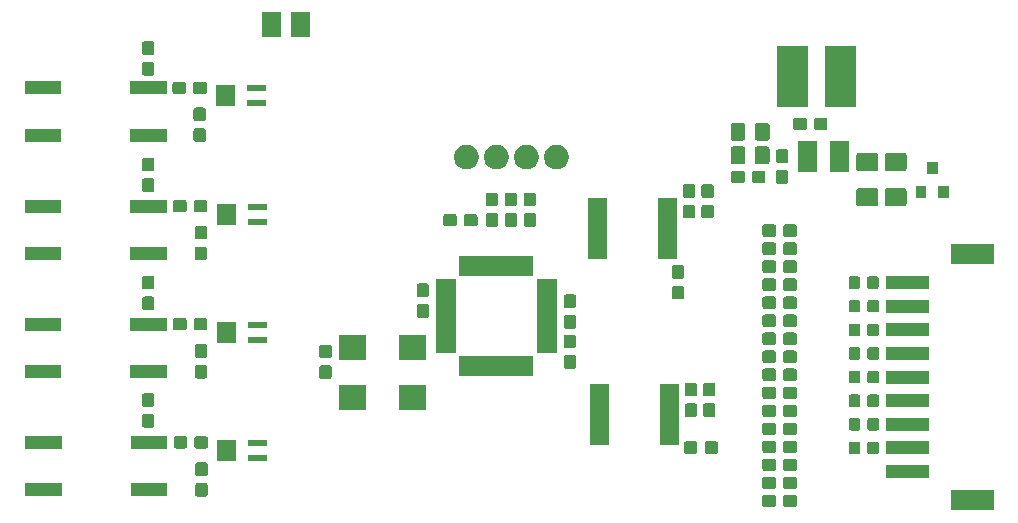
<source format=gts>
%TF.GenerationSoftware,KiCad,Pcbnew,(5.1.4)-1*%
%TF.CreationDate,2019-11-23T11:30:54-08:00*%
%TF.ProjectId,20191120_Projects_CellMonitor,32303139-3131-4323-905f-50726f6a6563,rev?*%
%TF.SameCoordinates,PXb71b000PYd787c80*%
%TF.FileFunction,Soldermask,Top*%
%TF.FilePolarity,Negative*%
%FSLAX46Y46*%
G04 Gerber Fmt 4.6, Leading zero omitted, Abs format (unit mm)*
G04 Created by KiCad (PCBNEW (5.1.4)-1) date 2019-11-23 11:30:54*
%MOMM*%
%LPD*%
G04 APERTURE LIST*
%ADD10C,0.100000*%
G04 APERTURE END LIST*
D10*
G36*
X82075000Y525000D02*
G01*
X78475000Y525000D01*
X78475000Y2225000D01*
X82075000Y2225000D01*
X82075000Y525000D01*
X82075000Y525000D01*
G37*
G36*
X65238898Y1820564D02*
G01*
X65276309Y1809216D01*
X65310777Y1790792D01*
X65340994Y1765994D01*
X65365792Y1735777D01*
X65384216Y1701309D01*
X65395564Y1663898D01*
X65400000Y1618859D01*
X65400000Y981141D01*
X65395564Y936102D01*
X65384216Y898691D01*
X65365792Y864223D01*
X65340994Y834006D01*
X65310777Y809208D01*
X65276309Y790784D01*
X65238898Y779436D01*
X65193859Y775000D01*
X64456141Y775000D01*
X64411102Y779436D01*
X64373691Y790784D01*
X64339223Y809208D01*
X64309006Y834006D01*
X64284208Y864223D01*
X64265784Y898691D01*
X64254436Y936102D01*
X64250000Y981141D01*
X64250000Y1618859D01*
X64254436Y1663898D01*
X64265784Y1701309D01*
X64284208Y1735777D01*
X64309006Y1765994D01*
X64339223Y1790792D01*
X64373691Y1809216D01*
X64411102Y1820564D01*
X64456141Y1825000D01*
X65193859Y1825000D01*
X65238898Y1820564D01*
X65238898Y1820564D01*
G37*
G36*
X63488898Y1820564D02*
G01*
X63526309Y1809216D01*
X63560777Y1790792D01*
X63590994Y1765994D01*
X63615792Y1735777D01*
X63634216Y1701309D01*
X63645564Y1663898D01*
X63650000Y1618859D01*
X63650000Y981141D01*
X63645564Y936102D01*
X63634216Y898691D01*
X63615792Y864223D01*
X63590994Y834006D01*
X63560777Y809208D01*
X63526309Y790784D01*
X63488898Y779436D01*
X63443859Y775000D01*
X62706141Y775000D01*
X62661102Y779436D01*
X62623691Y790784D01*
X62589223Y809208D01*
X62559006Y834006D01*
X62534208Y864223D01*
X62515784Y898691D01*
X62504436Y936102D01*
X62500000Y981141D01*
X62500000Y1618859D01*
X62504436Y1663898D01*
X62515784Y1701309D01*
X62534208Y1735777D01*
X62559006Y1765994D01*
X62589223Y1790792D01*
X62623691Y1809216D01*
X62661102Y1820564D01*
X62706141Y1825000D01*
X63443859Y1825000D01*
X63488898Y1820564D01*
X63488898Y1820564D01*
G37*
G36*
X15363898Y2795564D02*
G01*
X15401309Y2784216D01*
X15435777Y2765792D01*
X15465994Y2740994D01*
X15490792Y2710777D01*
X15509216Y2676309D01*
X15520564Y2638898D01*
X15525000Y2593859D01*
X15525000Y1856141D01*
X15520564Y1811102D01*
X15509216Y1773691D01*
X15490792Y1739223D01*
X15465994Y1709006D01*
X15435777Y1684208D01*
X15401309Y1665784D01*
X15363898Y1654436D01*
X15318859Y1650000D01*
X14681141Y1650000D01*
X14636102Y1654436D01*
X14598691Y1665784D01*
X14564223Y1684208D01*
X14534006Y1709006D01*
X14509208Y1739223D01*
X14490784Y1773691D01*
X14479436Y1811102D01*
X14475000Y1856141D01*
X14475000Y2593859D01*
X14479436Y2638898D01*
X14490784Y2676309D01*
X14509208Y2710777D01*
X14534006Y2740994D01*
X14564223Y2765792D01*
X14598691Y2784216D01*
X14636102Y2795564D01*
X14681141Y2800000D01*
X15318859Y2800000D01*
X15363898Y2795564D01*
X15363898Y2795564D01*
G37*
G36*
X12100000Y1700000D02*
G01*
X9000000Y1700000D01*
X9000000Y2800000D01*
X12100000Y2800000D01*
X12100000Y1700000D01*
X12100000Y1700000D01*
G37*
G36*
X3200000Y1700000D02*
G01*
X100000Y1700000D01*
X100000Y2800000D01*
X3200000Y2800000D01*
X3200000Y1700000D01*
X3200000Y1700000D01*
G37*
G36*
X63488898Y3345564D02*
G01*
X63526309Y3334216D01*
X63560777Y3315792D01*
X63590994Y3290994D01*
X63615792Y3260777D01*
X63634216Y3226309D01*
X63645564Y3188898D01*
X63650000Y3143859D01*
X63650000Y2506141D01*
X63645564Y2461102D01*
X63634216Y2423691D01*
X63615792Y2389223D01*
X63590994Y2359006D01*
X63560777Y2334208D01*
X63526309Y2315784D01*
X63488898Y2304436D01*
X63443859Y2300000D01*
X62706141Y2300000D01*
X62661102Y2304436D01*
X62623691Y2315784D01*
X62589223Y2334208D01*
X62559006Y2359006D01*
X62534208Y2389223D01*
X62515784Y2423691D01*
X62504436Y2461102D01*
X62500000Y2506141D01*
X62500000Y3143859D01*
X62504436Y3188898D01*
X62515784Y3226309D01*
X62534208Y3260777D01*
X62559006Y3290994D01*
X62589223Y3315792D01*
X62623691Y3334216D01*
X62661102Y3345564D01*
X62706141Y3350000D01*
X63443859Y3350000D01*
X63488898Y3345564D01*
X63488898Y3345564D01*
G37*
G36*
X65238898Y3345564D02*
G01*
X65276309Y3334216D01*
X65310777Y3315792D01*
X65340994Y3290994D01*
X65365792Y3260777D01*
X65384216Y3226309D01*
X65395564Y3188898D01*
X65400000Y3143859D01*
X65400000Y2506141D01*
X65395564Y2461102D01*
X65384216Y2423691D01*
X65365792Y2389223D01*
X65340994Y2359006D01*
X65310777Y2334208D01*
X65276309Y2315784D01*
X65238898Y2304436D01*
X65193859Y2300000D01*
X64456141Y2300000D01*
X64411102Y2304436D01*
X64373691Y2315784D01*
X64339223Y2334208D01*
X64309006Y2359006D01*
X64284208Y2389223D01*
X64265784Y2423691D01*
X64254436Y2461102D01*
X64250000Y2506141D01*
X64250000Y3143859D01*
X64254436Y3188898D01*
X64265784Y3226309D01*
X64284208Y3260777D01*
X64309006Y3290994D01*
X64339223Y3315792D01*
X64373691Y3334216D01*
X64411102Y3345564D01*
X64456141Y3350000D01*
X65193859Y3350000D01*
X65238898Y3345564D01*
X65238898Y3345564D01*
G37*
G36*
X76575000Y3225000D02*
G01*
X72975000Y3225000D01*
X72975000Y4325000D01*
X76575000Y4325000D01*
X76575000Y3225000D01*
X76575000Y3225000D01*
G37*
G36*
X15363898Y4545564D02*
G01*
X15401309Y4534216D01*
X15435777Y4515792D01*
X15465994Y4490994D01*
X15490792Y4460777D01*
X15509216Y4426309D01*
X15520564Y4388898D01*
X15525000Y4343859D01*
X15525000Y3606141D01*
X15520564Y3561102D01*
X15509216Y3523691D01*
X15490792Y3489223D01*
X15465994Y3459006D01*
X15435777Y3434208D01*
X15401309Y3415784D01*
X15363898Y3404436D01*
X15318859Y3400000D01*
X14681141Y3400000D01*
X14636102Y3404436D01*
X14598691Y3415784D01*
X14564223Y3434208D01*
X14534006Y3459006D01*
X14509208Y3489223D01*
X14490784Y3523691D01*
X14479436Y3561102D01*
X14475000Y3606141D01*
X14475000Y4343859D01*
X14479436Y4388898D01*
X14490784Y4426309D01*
X14509208Y4460777D01*
X14534006Y4490994D01*
X14564223Y4515792D01*
X14598691Y4534216D01*
X14636102Y4545564D01*
X14681141Y4550000D01*
X15318859Y4550000D01*
X15363898Y4545564D01*
X15363898Y4545564D01*
G37*
G36*
X63488898Y4870564D02*
G01*
X63526309Y4859216D01*
X63560777Y4840792D01*
X63590994Y4815994D01*
X63615792Y4785777D01*
X63634216Y4751309D01*
X63645564Y4713898D01*
X63650000Y4668859D01*
X63650000Y4031141D01*
X63645564Y3986102D01*
X63634216Y3948691D01*
X63615792Y3914223D01*
X63590994Y3884006D01*
X63560777Y3859208D01*
X63526309Y3840784D01*
X63488898Y3829436D01*
X63443859Y3825000D01*
X62706141Y3825000D01*
X62661102Y3829436D01*
X62623691Y3840784D01*
X62589223Y3859208D01*
X62559006Y3884006D01*
X62534208Y3914223D01*
X62515784Y3948691D01*
X62504436Y3986102D01*
X62500000Y4031141D01*
X62500000Y4668859D01*
X62504436Y4713898D01*
X62515784Y4751309D01*
X62534208Y4785777D01*
X62559006Y4815994D01*
X62589223Y4840792D01*
X62623691Y4859216D01*
X62661102Y4870564D01*
X62706141Y4875000D01*
X63443859Y4875000D01*
X63488898Y4870564D01*
X63488898Y4870564D01*
G37*
G36*
X65238898Y4870564D02*
G01*
X65276309Y4859216D01*
X65310777Y4840792D01*
X65340994Y4815994D01*
X65365792Y4785777D01*
X65384216Y4751309D01*
X65395564Y4713898D01*
X65400000Y4668859D01*
X65400000Y4031141D01*
X65395564Y3986102D01*
X65384216Y3948691D01*
X65365792Y3914223D01*
X65340994Y3884006D01*
X65310777Y3859208D01*
X65276309Y3840784D01*
X65238898Y3829436D01*
X65193859Y3825000D01*
X64456141Y3825000D01*
X64411102Y3829436D01*
X64373691Y3840784D01*
X64339223Y3859208D01*
X64309006Y3884006D01*
X64284208Y3914223D01*
X64265784Y3948691D01*
X64254436Y3986102D01*
X64250000Y4031141D01*
X64250000Y4668859D01*
X64254436Y4713898D01*
X64265784Y4751309D01*
X64284208Y4785777D01*
X64309006Y4815994D01*
X64339223Y4840792D01*
X64373691Y4859216D01*
X64411102Y4870564D01*
X64456141Y4875000D01*
X65193859Y4875000D01*
X65238898Y4870564D01*
X65238898Y4870564D01*
G37*
G36*
X17920000Y4650000D02*
G01*
X16320000Y4650000D01*
X16320000Y6450000D01*
X17920000Y6450000D01*
X17920000Y4650000D01*
X17920000Y4650000D01*
G37*
G36*
X20580000Y4650000D02*
G01*
X18980000Y4650000D01*
X18980000Y5150000D01*
X20580000Y5150000D01*
X20580000Y4650000D01*
X20580000Y4650000D01*
G37*
G36*
X76575000Y5225000D02*
G01*
X72975000Y5225000D01*
X72975000Y6325000D01*
X76575000Y6325000D01*
X76575000Y5225000D01*
X76575000Y5225000D01*
G37*
G36*
X70628991Y6295925D02*
G01*
X70662879Y6285645D01*
X70694112Y6268950D01*
X70721486Y6246486D01*
X70743950Y6219112D01*
X70760645Y6187879D01*
X70770925Y6153991D01*
X70775000Y6112612D01*
X70775000Y5437388D01*
X70770925Y5396009D01*
X70760645Y5362121D01*
X70743950Y5330888D01*
X70721486Y5303514D01*
X70694112Y5281050D01*
X70662879Y5264355D01*
X70628991Y5254075D01*
X70587612Y5250000D01*
X69987388Y5250000D01*
X69946009Y5254075D01*
X69912121Y5264355D01*
X69880888Y5281050D01*
X69853514Y5303514D01*
X69831050Y5330888D01*
X69814355Y5362121D01*
X69804075Y5396009D01*
X69800000Y5437388D01*
X69800000Y6112612D01*
X69804075Y6153991D01*
X69814355Y6187879D01*
X69831050Y6219112D01*
X69853514Y6246486D01*
X69880888Y6268950D01*
X69912121Y6285645D01*
X69946009Y6295925D01*
X69987388Y6300000D01*
X70587612Y6300000D01*
X70628991Y6295925D01*
X70628991Y6295925D01*
G37*
G36*
X72203991Y6295925D02*
G01*
X72237879Y6285645D01*
X72269112Y6268950D01*
X72296486Y6246486D01*
X72318950Y6219112D01*
X72335645Y6187879D01*
X72345925Y6153991D01*
X72350000Y6112612D01*
X72350000Y5437388D01*
X72345925Y5396009D01*
X72335645Y5362121D01*
X72318950Y5330888D01*
X72296486Y5303514D01*
X72269112Y5281050D01*
X72237879Y5264355D01*
X72203991Y5254075D01*
X72162612Y5250000D01*
X71562388Y5250000D01*
X71521009Y5254075D01*
X71487121Y5264355D01*
X71455888Y5281050D01*
X71428514Y5303514D01*
X71406050Y5330888D01*
X71389355Y5362121D01*
X71379075Y5396009D01*
X71375000Y5437388D01*
X71375000Y6112612D01*
X71379075Y6153991D01*
X71389355Y6187879D01*
X71406050Y6219112D01*
X71428514Y6246486D01*
X71455888Y6268950D01*
X71487121Y6285645D01*
X71521009Y6295925D01*
X71562388Y6300000D01*
X72162612Y6300000D01*
X72203991Y6295925D01*
X72203991Y6295925D01*
G37*
G36*
X58588898Y6320564D02*
G01*
X58626309Y6309216D01*
X58660777Y6290792D01*
X58690994Y6265994D01*
X58715792Y6235777D01*
X58734216Y6201309D01*
X58745564Y6163898D01*
X58750000Y6118859D01*
X58750000Y5481141D01*
X58745564Y5436102D01*
X58734216Y5398691D01*
X58715792Y5364223D01*
X58690994Y5334006D01*
X58660777Y5309208D01*
X58626309Y5290784D01*
X58588898Y5279436D01*
X58543859Y5275000D01*
X57806141Y5275000D01*
X57761102Y5279436D01*
X57723691Y5290784D01*
X57689223Y5309208D01*
X57659006Y5334006D01*
X57634208Y5364223D01*
X57615784Y5398691D01*
X57604436Y5436102D01*
X57600000Y5481141D01*
X57600000Y6118859D01*
X57604436Y6163898D01*
X57615784Y6201309D01*
X57634208Y6235777D01*
X57659006Y6265994D01*
X57689223Y6290792D01*
X57723691Y6309216D01*
X57761102Y6320564D01*
X57806141Y6325000D01*
X58543859Y6325000D01*
X58588898Y6320564D01*
X58588898Y6320564D01*
G37*
G36*
X56838898Y6320564D02*
G01*
X56876309Y6309216D01*
X56910777Y6290792D01*
X56940994Y6265994D01*
X56965792Y6235777D01*
X56984216Y6201309D01*
X56995564Y6163898D01*
X57000000Y6118859D01*
X57000000Y5481141D01*
X56995564Y5436102D01*
X56984216Y5398691D01*
X56965792Y5364223D01*
X56940994Y5334006D01*
X56910777Y5309208D01*
X56876309Y5290784D01*
X56838898Y5279436D01*
X56793859Y5275000D01*
X56056141Y5275000D01*
X56011102Y5279436D01*
X55973691Y5290784D01*
X55939223Y5309208D01*
X55909006Y5334006D01*
X55884208Y5364223D01*
X55865784Y5398691D01*
X55854436Y5436102D01*
X55850000Y5481141D01*
X55850000Y6118859D01*
X55854436Y6163898D01*
X55865784Y6201309D01*
X55884208Y6235777D01*
X55909006Y6265994D01*
X55939223Y6290792D01*
X55973691Y6309216D01*
X56011102Y6320564D01*
X56056141Y6325000D01*
X56793859Y6325000D01*
X56838898Y6320564D01*
X56838898Y6320564D01*
G37*
G36*
X65238898Y6395564D02*
G01*
X65276309Y6384216D01*
X65310777Y6365792D01*
X65340994Y6340994D01*
X65365792Y6310777D01*
X65384216Y6276309D01*
X65395564Y6238898D01*
X65400000Y6193859D01*
X65400000Y5556141D01*
X65395564Y5511102D01*
X65384216Y5473691D01*
X65365792Y5439223D01*
X65340994Y5409006D01*
X65310777Y5384208D01*
X65276309Y5365784D01*
X65238898Y5354436D01*
X65193859Y5350000D01*
X64456141Y5350000D01*
X64411102Y5354436D01*
X64373691Y5365784D01*
X64339223Y5384208D01*
X64309006Y5409006D01*
X64284208Y5439223D01*
X64265784Y5473691D01*
X64254436Y5511102D01*
X64250000Y5556141D01*
X64250000Y6193859D01*
X64254436Y6238898D01*
X64265784Y6276309D01*
X64284208Y6310777D01*
X64309006Y6340994D01*
X64339223Y6365792D01*
X64373691Y6384216D01*
X64411102Y6395564D01*
X64456141Y6400000D01*
X65193859Y6400000D01*
X65238898Y6395564D01*
X65238898Y6395564D01*
G37*
G36*
X63488898Y6395564D02*
G01*
X63526309Y6384216D01*
X63560777Y6365792D01*
X63590994Y6340994D01*
X63615792Y6310777D01*
X63634216Y6276309D01*
X63645564Y6238898D01*
X63650000Y6193859D01*
X63650000Y5556141D01*
X63645564Y5511102D01*
X63634216Y5473691D01*
X63615792Y5439223D01*
X63590994Y5409006D01*
X63560777Y5384208D01*
X63526309Y5365784D01*
X63488898Y5354436D01*
X63443859Y5350000D01*
X62706141Y5350000D01*
X62661102Y5354436D01*
X62623691Y5365784D01*
X62589223Y5384208D01*
X62559006Y5409006D01*
X62534208Y5439223D01*
X62515784Y5473691D01*
X62504436Y5511102D01*
X62500000Y5556141D01*
X62500000Y6193859D01*
X62504436Y6238898D01*
X62515784Y6276309D01*
X62534208Y6310777D01*
X62559006Y6340994D01*
X62589223Y6365792D01*
X62623691Y6384216D01*
X62661102Y6395564D01*
X62706141Y6400000D01*
X63443859Y6400000D01*
X63488898Y6395564D01*
X63488898Y6395564D01*
G37*
G36*
X12100000Y5700000D02*
G01*
X9000000Y5700000D01*
X9000000Y6800000D01*
X12100000Y6800000D01*
X12100000Y5700000D01*
X12100000Y5700000D01*
G37*
G36*
X3200000Y5700000D02*
G01*
X100000Y5700000D01*
X100000Y6800000D01*
X3200000Y6800000D01*
X3200000Y5700000D01*
X3200000Y5700000D01*
G37*
G36*
X15388898Y6770564D02*
G01*
X15426309Y6759216D01*
X15460777Y6740792D01*
X15490994Y6715994D01*
X15515792Y6685777D01*
X15534216Y6651309D01*
X15545564Y6613898D01*
X15550000Y6568859D01*
X15550000Y5931141D01*
X15545564Y5886102D01*
X15534216Y5848691D01*
X15515792Y5814223D01*
X15490994Y5784006D01*
X15460777Y5759208D01*
X15426309Y5740784D01*
X15388898Y5729436D01*
X15343859Y5725000D01*
X14606141Y5725000D01*
X14561102Y5729436D01*
X14523691Y5740784D01*
X14489223Y5759208D01*
X14459006Y5784006D01*
X14434208Y5814223D01*
X14415784Y5848691D01*
X14404436Y5886102D01*
X14400000Y5931141D01*
X14400000Y6568859D01*
X14404436Y6613898D01*
X14415784Y6651309D01*
X14434208Y6685777D01*
X14459006Y6715994D01*
X14489223Y6740792D01*
X14523691Y6759216D01*
X14561102Y6770564D01*
X14606141Y6775000D01*
X15343859Y6775000D01*
X15388898Y6770564D01*
X15388898Y6770564D01*
G37*
G36*
X13638898Y6770564D02*
G01*
X13676309Y6759216D01*
X13710777Y6740792D01*
X13740994Y6715994D01*
X13765792Y6685777D01*
X13784216Y6651309D01*
X13795564Y6613898D01*
X13800000Y6568859D01*
X13800000Y5931141D01*
X13795564Y5886102D01*
X13784216Y5848691D01*
X13765792Y5814223D01*
X13740994Y5784006D01*
X13710777Y5759208D01*
X13676309Y5740784D01*
X13638898Y5729436D01*
X13593859Y5725000D01*
X12856141Y5725000D01*
X12811102Y5729436D01*
X12773691Y5740784D01*
X12739223Y5759208D01*
X12709006Y5784006D01*
X12684208Y5814223D01*
X12665784Y5848691D01*
X12654436Y5886102D01*
X12650000Y5931141D01*
X12650000Y6568859D01*
X12654436Y6613898D01*
X12665784Y6651309D01*
X12684208Y6685777D01*
X12709006Y6715994D01*
X12739223Y6740792D01*
X12773691Y6759216D01*
X12811102Y6770564D01*
X12856141Y6775000D01*
X13593859Y6775000D01*
X13638898Y6770564D01*
X13638898Y6770564D01*
G37*
G36*
X20580000Y5950000D02*
G01*
X18980000Y5950000D01*
X18980000Y6450000D01*
X20580000Y6450000D01*
X20580000Y5950000D01*
X20580000Y5950000D01*
G37*
G36*
X55400000Y6050000D02*
G01*
X53800000Y6050000D01*
X53800000Y11150000D01*
X55400000Y11150000D01*
X55400000Y6050000D01*
X55400000Y6050000D01*
G37*
G36*
X49500000Y6050000D02*
G01*
X47900000Y6050000D01*
X47900000Y11150000D01*
X49500000Y11150000D01*
X49500000Y6050000D01*
X49500000Y6050000D01*
G37*
G36*
X65238898Y7920564D02*
G01*
X65276309Y7909216D01*
X65310777Y7890792D01*
X65340994Y7865994D01*
X65365792Y7835777D01*
X65384216Y7801309D01*
X65395564Y7763898D01*
X65400000Y7718859D01*
X65400000Y7081141D01*
X65395564Y7036102D01*
X65384216Y6998691D01*
X65365792Y6964223D01*
X65340994Y6934006D01*
X65310777Y6909208D01*
X65276309Y6890784D01*
X65238898Y6879436D01*
X65193859Y6875000D01*
X64456141Y6875000D01*
X64411102Y6879436D01*
X64373691Y6890784D01*
X64339223Y6909208D01*
X64309006Y6934006D01*
X64284208Y6964223D01*
X64265784Y6998691D01*
X64254436Y7036102D01*
X64250000Y7081141D01*
X64250000Y7718859D01*
X64254436Y7763898D01*
X64265784Y7801309D01*
X64284208Y7835777D01*
X64309006Y7865994D01*
X64339223Y7890792D01*
X64373691Y7909216D01*
X64411102Y7920564D01*
X64456141Y7925000D01*
X65193859Y7925000D01*
X65238898Y7920564D01*
X65238898Y7920564D01*
G37*
G36*
X63488898Y7920564D02*
G01*
X63526309Y7909216D01*
X63560777Y7890792D01*
X63590994Y7865994D01*
X63615792Y7835777D01*
X63634216Y7801309D01*
X63645564Y7763898D01*
X63650000Y7718859D01*
X63650000Y7081141D01*
X63645564Y7036102D01*
X63634216Y6998691D01*
X63615792Y6964223D01*
X63590994Y6934006D01*
X63560777Y6909208D01*
X63526309Y6890784D01*
X63488898Y6879436D01*
X63443859Y6875000D01*
X62706141Y6875000D01*
X62661102Y6879436D01*
X62623691Y6890784D01*
X62589223Y6909208D01*
X62559006Y6934006D01*
X62534208Y6964223D01*
X62515784Y6998691D01*
X62504436Y7036102D01*
X62500000Y7081141D01*
X62500000Y7718859D01*
X62504436Y7763898D01*
X62515784Y7801309D01*
X62534208Y7835777D01*
X62559006Y7865994D01*
X62589223Y7890792D01*
X62623691Y7909216D01*
X62661102Y7920564D01*
X62706141Y7925000D01*
X63443859Y7925000D01*
X63488898Y7920564D01*
X63488898Y7920564D01*
G37*
G36*
X76575000Y7225000D02*
G01*
X72975000Y7225000D01*
X72975000Y8325000D01*
X76575000Y8325000D01*
X76575000Y7225000D01*
X76575000Y7225000D01*
G37*
G36*
X72216491Y8295925D02*
G01*
X72250379Y8285645D01*
X72281612Y8268950D01*
X72308986Y8246486D01*
X72331450Y8219112D01*
X72348145Y8187879D01*
X72358425Y8153991D01*
X72362500Y8112612D01*
X72362500Y7437388D01*
X72358425Y7396009D01*
X72348145Y7362121D01*
X72331450Y7330888D01*
X72308986Y7303514D01*
X72281612Y7281050D01*
X72250379Y7264355D01*
X72216491Y7254075D01*
X72175112Y7250000D01*
X71574888Y7250000D01*
X71533509Y7254075D01*
X71499621Y7264355D01*
X71468388Y7281050D01*
X71441014Y7303514D01*
X71418550Y7330888D01*
X71401855Y7362121D01*
X71391575Y7396009D01*
X71387500Y7437388D01*
X71387500Y8112612D01*
X71391575Y8153991D01*
X71401855Y8187879D01*
X71418550Y8219112D01*
X71441014Y8246486D01*
X71468388Y8268950D01*
X71499621Y8285645D01*
X71533509Y8295925D01*
X71574888Y8300000D01*
X72175112Y8300000D01*
X72216491Y8295925D01*
X72216491Y8295925D01*
G37*
G36*
X70641491Y8295925D02*
G01*
X70675379Y8285645D01*
X70706612Y8268950D01*
X70733986Y8246486D01*
X70756450Y8219112D01*
X70773145Y8187879D01*
X70783425Y8153991D01*
X70787500Y8112612D01*
X70787500Y7437388D01*
X70783425Y7396009D01*
X70773145Y7362121D01*
X70756450Y7330888D01*
X70733986Y7303514D01*
X70706612Y7281050D01*
X70675379Y7264355D01*
X70641491Y7254075D01*
X70600112Y7250000D01*
X69999888Y7250000D01*
X69958509Y7254075D01*
X69924621Y7264355D01*
X69893388Y7281050D01*
X69866014Y7303514D01*
X69843550Y7330888D01*
X69826855Y7362121D01*
X69816575Y7396009D01*
X69812500Y7437388D01*
X69812500Y8112612D01*
X69816575Y8153991D01*
X69826855Y8187879D01*
X69843550Y8219112D01*
X69866014Y8246486D01*
X69893388Y8268950D01*
X69924621Y8285645D01*
X69958509Y8295925D01*
X69999888Y8300000D01*
X70600112Y8300000D01*
X70641491Y8295925D01*
X70641491Y8295925D01*
G37*
G36*
X10863898Y8645564D02*
G01*
X10901309Y8634216D01*
X10935777Y8615792D01*
X10965994Y8590994D01*
X10990792Y8560777D01*
X11009216Y8526309D01*
X11020564Y8488898D01*
X11025000Y8443859D01*
X11025000Y7706141D01*
X11020564Y7661102D01*
X11009216Y7623691D01*
X10990792Y7589223D01*
X10965994Y7559006D01*
X10935777Y7534208D01*
X10901309Y7515784D01*
X10863898Y7504436D01*
X10818859Y7500000D01*
X10181141Y7500000D01*
X10136102Y7504436D01*
X10098691Y7515784D01*
X10064223Y7534208D01*
X10034006Y7559006D01*
X10009208Y7589223D01*
X9990784Y7623691D01*
X9979436Y7661102D01*
X9975000Y7706141D01*
X9975000Y8443859D01*
X9979436Y8488898D01*
X9990784Y8526309D01*
X10009208Y8560777D01*
X10034006Y8590994D01*
X10064223Y8615792D01*
X10098691Y8634216D01*
X10136102Y8645564D01*
X10181141Y8650000D01*
X10818859Y8650000D01*
X10863898Y8645564D01*
X10863898Y8645564D01*
G37*
G36*
X56813898Y9545564D02*
G01*
X56851309Y9534216D01*
X56885777Y9515792D01*
X56915994Y9490994D01*
X56940792Y9460777D01*
X56959216Y9426309D01*
X56970564Y9388898D01*
X56975000Y9343859D01*
X56975000Y8606141D01*
X56970564Y8561102D01*
X56959216Y8523691D01*
X56940792Y8489223D01*
X56915994Y8459006D01*
X56885777Y8434208D01*
X56851309Y8415784D01*
X56813898Y8404436D01*
X56768859Y8400000D01*
X56131141Y8400000D01*
X56086102Y8404436D01*
X56048691Y8415784D01*
X56014223Y8434208D01*
X55984006Y8459006D01*
X55959208Y8489223D01*
X55940784Y8523691D01*
X55929436Y8561102D01*
X55925000Y8606141D01*
X55925000Y9343859D01*
X55929436Y9388898D01*
X55940784Y9426309D01*
X55959208Y9460777D01*
X55984006Y9490994D01*
X56014223Y9515792D01*
X56048691Y9534216D01*
X56086102Y9545564D01*
X56131141Y9550000D01*
X56768859Y9550000D01*
X56813898Y9545564D01*
X56813898Y9545564D01*
G37*
G36*
X58363898Y9545564D02*
G01*
X58401309Y9534216D01*
X58435777Y9515792D01*
X58465994Y9490994D01*
X58490792Y9460777D01*
X58509216Y9426309D01*
X58520564Y9388898D01*
X58525000Y9343859D01*
X58525000Y8606141D01*
X58520564Y8561102D01*
X58509216Y8523691D01*
X58490792Y8489223D01*
X58465994Y8459006D01*
X58435777Y8434208D01*
X58401309Y8415784D01*
X58363898Y8404436D01*
X58318859Y8400000D01*
X57681141Y8400000D01*
X57636102Y8404436D01*
X57598691Y8415784D01*
X57564223Y8434208D01*
X57534006Y8459006D01*
X57509208Y8489223D01*
X57490784Y8523691D01*
X57479436Y8561102D01*
X57475000Y8606141D01*
X57475000Y9343859D01*
X57479436Y9388898D01*
X57490784Y9426309D01*
X57509208Y9460777D01*
X57534006Y9490994D01*
X57564223Y9515792D01*
X57598691Y9534216D01*
X57636102Y9545564D01*
X57681141Y9550000D01*
X58318859Y9550000D01*
X58363898Y9545564D01*
X58363898Y9545564D01*
G37*
G36*
X63488898Y9445564D02*
G01*
X63526309Y9434216D01*
X63560777Y9415792D01*
X63590994Y9390994D01*
X63615792Y9360777D01*
X63634216Y9326309D01*
X63645564Y9288898D01*
X63650000Y9243859D01*
X63650000Y8606141D01*
X63645564Y8561102D01*
X63634216Y8523691D01*
X63615792Y8489223D01*
X63590994Y8459006D01*
X63560777Y8434208D01*
X63526309Y8415784D01*
X63488898Y8404436D01*
X63443859Y8400000D01*
X62706141Y8400000D01*
X62661102Y8404436D01*
X62623691Y8415784D01*
X62589223Y8434208D01*
X62559006Y8459006D01*
X62534208Y8489223D01*
X62515784Y8523691D01*
X62504436Y8561102D01*
X62500000Y8606141D01*
X62500000Y9243859D01*
X62504436Y9288898D01*
X62515784Y9326309D01*
X62534208Y9360777D01*
X62559006Y9390994D01*
X62589223Y9415792D01*
X62623691Y9434216D01*
X62661102Y9445564D01*
X62706141Y9450000D01*
X63443859Y9450000D01*
X63488898Y9445564D01*
X63488898Y9445564D01*
G37*
G36*
X65238898Y9445564D02*
G01*
X65276309Y9434216D01*
X65310777Y9415792D01*
X65340994Y9390994D01*
X65365792Y9360777D01*
X65384216Y9326309D01*
X65395564Y9288898D01*
X65400000Y9243859D01*
X65400000Y8606141D01*
X65395564Y8561102D01*
X65384216Y8523691D01*
X65365792Y8489223D01*
X65340994Y8459006D01*
X65310777Y8434208D01*
X65276309Y8415784D01*
X65238898Y8404436D01*
X65193859Y8400000D01*
X64456141Y8400000D01*
X64411102Y8404436D01*
X64373691Y8415784D01*
X64339223Y8434208D01*
X64309006Y8459006D01*
X64284208Y8489223D01*
X64265784Y8523691D01*
X64254436Y8561102D01*
X64250000Y8606141D01*
X64250000Y9243859D01*
X64254436Y9288898D01*
X64265784Y9326309D01*
X64284208Y9360777D01*
X64309006Y9390994D01*
X64339223Y9415792D01*
X64373691Y9434216D01*
X64411102Y9445564D01*
X64456141Y9450000D01*
X65193859Y9450000D01*
X65238898Y9445564D01*
X65238898Y9445564D01*
G37*
G36*
X28910000Y9000000D02*
G01*
X26610000Y9000000D01*
X26610000Y11100000D01*
X28910000Y11100000D01*
X28910000Y9000000D01*
X28910000Y9000000D01*
G37*
G36*
X33990000Y9000000D02*
G01*
X31690000Y9000000D01*
X31690000Y11100000D01*
X33990000Y11100000D01*
X33990000Y9000000D01*
X33990000Y9000000D01*
G37*
G36*
X76575000Y9225000D02*
G01*
X72975000Y9225000D01*
X72975000Y10325000D01*
X76575000Y10325000D01*
X76575000Y9225000D01*
X76575000Y9225000D01*
G37*
G36*
X70641491Y10295925D02*
G01*
X70675379Y10285645D01*
X70706612Y10268950D01*
X70733986Y10246486D01*
X70756450Y10219112D01*
X70773145Y10187879D01*
X70783425Y10153991D01*
X70787500Y10112612D01*
X70787500Y9437388D01*
X70783425Y9396009D01*
X70773145Y9362121D01*
X70756450Y9330888D01*
X70733986Y9303514D01*
X70706612Y9281050D01*
X70675379Y9264355D01*
X70641491Y9254075D01*
X70600112Y9250000D01*
X69999888Y9250000D01*
X69958509Y9254075D01*
X69924621Y9264355D01*
X69893388Y9281050D01*
X69866014Y9303514D01*
X69843550Y9330888D01*
X69826855Y9362121D01*
X69816575Y9396009D01*
X69812500Y9437388D01*
X69812500Y10112612D01*
X69816575Y10153991D01*
X69826855Y10187879D01*
X69843550Y10219112D01*
X69866014Y10246486D01*
X69893388Y10268950D01*
X69924621Y10285645D01*
X69958509Y10295925D01*
X69999888Y10300000D01*
X70600112Y10300000D01*
X70641491Y10295925D01*
X70641491Y10295925D01*
G37*
G36*
X10863898Y10395564D02*
G01*
X10901309Y10384216D01*
X10935777Y10365792D01*
X10965994Y10340994D01*
X10990792Y10310777D01*
X11009216Y10276309D01*
X11020564Y10238898D01*
X11025000Y10193859D01*
X11025000Y9456141D01*
X11020564Y9411102D01*
X11009216Y9373691D01*
X10990792Y9339223D01*
X10965994Y9309006D01*
X10935777Y9284208D01*
X10901309Y9265784D01*
X10863898Y9254436D01*
X10818859Y9250000D01*
X10181141Y9250000D01*
X10136102Y9254436D01*
X10098691Y9265784D01*
X10064223Y9284208D01*
X10034006Y9309006D01*
X10009208Y9339223D01*
X9990784Y9373691D01*
X9979436Y9411102D01*
X9975000Y9456141D01*
X9975000Y10193859D01*
X9979436Y10238898D01*
X9990784Y10276309D01*
X10009208Y10310777D01*
X10034006Y10340994D01*
X10064223Y10365792D01*
X10098691Y10384216D01*
X10136102Y10395564D01*
X10181141Y10400000D01*
X10818859Y10400000D01*
X10863898Y10395564D01*
X10863898Y10395564D01*
G37*
G36*
X72216491Y10295925D02*
G01*
X72250379Y10285645D01*
X72281612Y10268950D01*
X72308986Y10246486D01*
X72331450Y10219112D01*
X72348145Y10187879D01*
X72358425Y10153991D01*
X72362500Y10112612D01*
X72362500Y9437388D01*
X72358425Y9396009D01*
X72348145Y9362121D01*
X72331450Y9330888D01*
X72308986Y9303514D01*
X72281612Y9281050D01*
X72250379Y9264355D01*
X72216491Y9254075D01*
X72175112Y9250000D01*
X71574888Y9250000D01*
X71533509Y9254075D01*
X71499621Y9264355D01*
X71468388Y9281050D01*
X71441014Y9303514D01*
X71418550Y9330888D01*
X71401855Y9362121D01*
X71391575Y9396009D01*
X71387500Y9437388D01*
X71387500Y10112612D01*
X71391575Y10153991D01*
X71401855Y10187879D01*
X71418550Y10219112D01*
X71441014Y10246486D01*
X71468388Y10268950D01*
X71499621Y10285645D01*
X71533509Y10295925D01*
X71574888Y10300000D01*
X72175112Y10300000D01*
X72216491Y10295925D01*
X72216491Y10295925D01*
G37*
G36*
X63488898Y10970564D02*
G01*
X63526309Y10959216D01*
X63560777Y10940792D01*
X63590994Y10915994D01*
X63615792Y10885777D01*
X63634216Y10851309D01*
X63645564Y10813898D01*
X63650000Y10768859D01*
X63650000Y10131141D01*
X63645564Y10086102D01*
X63634216Y10048691D01*
X63615792Y10014223D01*
X63590994Y9984006D01*
X63560777Y9959208D01*
X63526309Y9940784D01*
X63488898Y9929436D01*
X63443859Y9925000D01*
X62706141Y9925000D01*
X62661102Y9929436D01*
X62623691Y9940784D01*
X62589223Y9959208D01*
X62559006Y9984006D01*
X62534208Y10014223D01*
X62515784Y10048691D01*
X62504436Y10086102D01*
X62500000Y10131141D01*
X62500000Y10768859D01*
X62504436Y10813898D01*
X62515784Y10851309D01*
X62534208Y10885777D01*
X62559006Y10915994D01*
X62589223Y10940792D01*
X62623691Y10959216D01*
X62661102Y10970564D01*
X62706141Y10975000D01*
X63443859Y10975000D01*
X63488898Y10970564D01*
X63488898Y10970564D01*
G37*
G36*
X65238898Y10970564D02*
G01*
X65276309Y10959216D01*
X65310777Y10940792D01*
X65340994Y10915994D01*
X65365792Y10885777D01*
X65384216Y10851309D01*
X65395564Y10813898D01*
X65400000Y10768859D01*
X65400000Y10131141D01*
X65395564Y10086102D01*
X65384216Y10048691D01*
X65365792Y10014223D01*
X65340994Y9984006D01*
X65310777Y9959208D01*
X65276309Y9940784D01*
X65238898Y9929436D01*
X65193859Y9925000D01*
X64456141Y9925000D01*
X64411102Y9929436D01*
X64373691Y9940784D01*
X64339223Y9959208D01*
X64309006Y9984006D01*
X64284208Y10014223D01*
X64265784Y10048691D01*
X64254436Y10086102D01*
X64250000Y10131141D01*
X64250000Y10768859D01*
X64254436Y10813898D01*
X64265784Y10851309D01*
X64284208Y10885777D01*
X64309006Y10915994D01*
X64339223Y10940792D01*
X64373691Y10959216D01*
X64411102Y10970564D01*
X64456141Y10975000D01*
X65193859Y10975000D01*
X65238898Y10970564D01*
X65238898Y10970564D01*
G37*
G36*
X58363898Y11295564D02*
G01*
X58401309Y11284216D01*
X58435777Y11265792D01*
X58465994Y11240994D01*
X58490792Y11210777D01*
X58509216Y11176309D01*
X58520564Y11138898D01*
X58525000Y11093859D01*
X58525000Y10356141D01*
X58520564Y10311102D01*
X58509216Y10273691D01*
X58490792Y10239223D01*
X58465994Y10209006D01*
X58435777Y10184208D01*
X58401309Y10165784D01*
X58363898Y10154436D01*
X58318859Y10150000D01*
X57681141Y10150000D01*
X57636102Y10154436D01*
X57598691Y10165784D01*
X57564223Y10184208D01*
X57534006Y10209006D01*
X57509208Y10239223D01*
X57490784Y10273691D01*
X57479436Y10311102D01*
X57475000Y10356141D01*
X57475000Y11093859D01*
X57479436Y11138898D01*
X57490784Y11176309D01*
X57509208Y11210777D01*
X57534006Y11240994D01*
X57564223Y11265792D01*
X57598691Y11284216D01*
X57636102Y11295564D01*
X57681141Y11300000D01*
X58318859Y11300000D01*
X58363898Y11295564D01*
X58363898Y11295564D01*
G37*
G36*
X56813898Y11295564D02*
G01*
X56851309Y11284216D01*
X56885777Y11265792D01*
X56915994Y11240994D01*
X56940792Y11210777D01*
X56959216Y11176309D01*
X56970564Y11138898D01*
X56975000Y11093859D01*
X56975000Y10356141D01*
X56970564Y10311102D01*
X56959216Y10273691D01*
X56940792Y10239223D01*
X56915994Y10209006D01*
X56885777Y10184208D01*
X56851309Y10165784D01*
X56813898Y10154436D01*
X56768859Y10150000D01*
X56131141Y10150000D01*
X56086102Y10154436D01*
X56048691Y10165784D01*
X56014223Y10184208D01*
X55984006Y10209006D01*
X55959208Y10239223D01*
X55940784Y10273691D01*
X55929436Y10311102D01*
X55925000Y10356141D01*
X55925000Y11093859D01*
X55929436Y11138898D01*
X55940784Y11176309D01*
X55959208Y11210777D01*
X55984006Y11240994D01*
X56014223Y11265792D01*
X56048691Y11284216D01*
X56086102Y11295564D01*
X56131141Y11300000D01*
X56768859Y11300000D01*
X56813898Y11295564D01*
X56813898Y11295564D01*
G37*
G36*
X76575000Y11225000D02*
G01*
X72975000Y11225000D01*
X72975000Y12325000D01*
X76575000Y12325000D01*
X76575000Y11225000D01*
X76575000Y11225000D01*
G37*
G36*
X70641491Y12295925D02*
G01*
X70675379Y12285645D01*
X70706612Y12268950D01*
X70733986Y12246486D01*
X70756450Y12219112D01*
X70773145Y12187879D01*
X70783425Y12153991D01*
X70787500Y12112612D01*
X70787500Y11437388D01*
X70783425Y11396009D01*
X70773145Y11362121D01*
X70756450Y11330888D01*
X70733986Y11303514D01*
X70706612Y11281050D01*
X70675379Y11264355D01*
X70641491Y11254075D01*
X70600112Y11250000D01*
X69999888Y11250000D01*
X69958509Y11254075D01*
X69924621Y11264355D01*
X69893388Y11281050D01*
X69866014Y11303514D01*
X69843550Y11330888D01*
X69826855Y11362121D01*
X69816575Y11396009D01*
X69812500Y11437388D01*
X69812500Y12112612D01*
X69816575Y12153991D01*
X69826855Y12187879D01*
X69843550Y12219112D01*
X69866014Y12246486D01*
X69893388Y12268950D01*
X69924621Y12285645D01*
X69958509Y12295925D01*
X69999888Y12300000D01*
X70600112Y12300000D01*
X70641491Y12295925D01*
X70641491Y12295925D01*
G37*
G36*
X72216491Y12295925D02*
G01*
X72250379Y12285645D01*
X72281612Y12268950D01*
X72308986Y12246486D01*
X72331450Y12219112D01*
X72348145Y12187879D01*
X72358425Y12153991D01*
X72362500Y12112612D01*
X72362500Y11437388D01*
X72358425Y11396009D01*
X72348145Y11362121D01*
X72331450Y11330888D01*
X72308986Y11303514D01*
X72281612Y11281050D01*
X72250379Y11264355D01*
X72216491Y11254075D01*
X72175112Y11250000D01*
X71574888Y11250000D01*
X71533509Y11254075D01*
X71499621Y11264355D01*
X71468388Y11281050D01*
X71441014Y11303514D01*
X71418550Y11330888D01*
X71401855Y11362121D01*
X71391575Y11396009D01*
X71387500Y11437388D01*
X71387500Y12112612D01*
X71391575Y12153991D01*
X71401855Y12187879D01*
X71418550Y12219112D01*
X71441014Y12246486D01*
X71468388Y12268950D01*
X71499621Y12285645D01*
X71533509Y12295925D01*
X71574888Y12300000D01*
X72175112Y12300000D01*
X72216491Y12295925D01*
X72216491Y12295925D01*
G37*
G36*
X65238898Y12495564D02*
G01*
X65276309Y12484216D01*
X65310777Y12465792D01*
X65340994Y12440994D01*
X65365792Y12410777D01*
X65384216Y12376309D01*
X65395564Y12338898D01*
X65400000Y12293859D01*
X65400000Y11656141D01*
X65395564Y11611102D01*
X65384216Y11573691D01*
X65365792Y11539223D01*
X65340994Y11509006D01*
X65310777Y11484208D01*
X65276309Y11465784D01*
X65238898Y11454436D01*
X65193859Y11450000D01*
X64456141Y11450000D01*
X64411102Y11454436D01*
X64373691Y11465784D01*
X64339223Y11484208D01*
X64309006Y11509006D01*
X64284208Y11539223D01*
X64265784Y11573691D01*
X64254436Y11611102D01*
X64250000Y11656141D01*
X64250000Y12293859D01*
X64254436Y12338898D01*
X64265784Y12376309D01*
X64284208Y12410777D01*
X64309006Y12440994D01*
X64339223Y12465792D01*
X64373691Y12484216D01*
X64411102Y12495564D01*
X64456141Y12500000D01*
X65193859Y12500000D01*
X65238898Y12495564D01*
X65238898Y12495564D01*
G37*
G36*
X63488898Y12495564D02*
G01*
X63526309Y12484216D01*
X63560777Y12465792D01*
X63590994Y12440994D01*
X63615792Y12410777D01*
X63634216Y12376309D01*
X63645564Y12338898D01*
X63650000Y12293859D01*
X63650000Y11656141D01*
X63645564Y11611102D01*
X63634216Y11573691D01*
X63615792Y11539223D01*
X63590994Y11509006D01*
X63560777Y11484208D01*
X63526309Y11465784D01*
X63488898Y11454436D01*
X63443859Y11450000D01*
X62706141Y11450000D01*
X62661102Y11454436D01*
X62623691Y11465784D01*
X62589223Y11484208D01*
X62559006Y11509006D01*
X62534208Y11539223D01*
X62515784Y11573691D01*
X62504436Y11611102D01*
X62500000Y11656141D01*
X62500000Y12293859D01*
X62504436Y12338898D01*
X62515784Y12376309D01*
X62534208Y12410777D01*
X62559006Y12440994D01*
X62589223Y12465792D01*
X62623691Y12484216D01*
X62661102Y12495564D01*
X62706141Y12500000D01*
X63443859Y12500000D01*
X63488898Y12495564D01*
X63488898Y12495564D01*
G37*
G36*
X25863898Y12770564D02*
G01*
X25901309Y12759216D01*
X25935777Y12740792D01*
X25965994Y12715994D01*
X25990792Y12685777D01*
X26009216Y12651309D01*
X26020564Y12613898D01*
X26025000Y12568859D01*
X26025000Y11831141D01*
X26020564Y11786102D01*
X26009216Y11748691D01*
X25990792Y11714223D01*
X25965994Y11684006D01*
X25935777Y11659208D01*
X25901309Y11640784D01*
X25863898Y11629436D01*
X25818859Y11625000D01*
X25181141Y11625000D01*
X25136102Y11629436D01*
X25098691Y11640784D01*
X25064223Y11659208D01*
X25034006Y11684006D01*
X25009208Y11714223D01*
X24990784Y11748691D01*
X24979436Y11786102D01*
X24975000Y11831141D01*
X24975000Y12568859D01*
X24979436Y12613898D01*
X24990784Y12651309D01*
X25009208Y12685777D01*
X25034006Y12715994D01*
X25064223Y12740792D01*
X25098691Y12759216D01*
X25136102Y12770564D01*
X25181141Y12775000D01*
X25818859Y12775000D01*
X25863898Y12770564D01*
X25863898Y12770564D01*
G37*
G36*
X15313898Y12795564D02*
G01*
X15351309Y12784216D01*
X15385777Y12765792D01*
X15415994Y12740994D01*
X15440792Y12710777D01*
X15459216Y12676309D01*
X15470564Y12638898D01*
X15475000Y12593859D01*
X15475000Y11856141D01*
X15470564Y11811102D01*
X15459216Y11773691D01*
X15440792Y11739223D01*
X15415994Y11709006D01*
X15385777Y11684208D01*
X15351309Y11665784D01*
X15313898Y11654436D01*
X15268859Y11650000D01*
X14631141Y11650000D01*
X14586102Y11654436D01*
X14548691Y11665784D01*
X14514223Y11684208D01*
X14484006Y11709006D01*
X14459208Y11739223D01*
X14440784Y11773691D01*
X14429436Y11811102D01*
X14425000Y11856141D01*
X14425000Y12593859D01*
X14429436Y12638898D01*
X14440784Y12676309D01*
X14459208Y12710777D01*
X14484006Y12740994D01*
X14514223Y12765792D01*
X14548691Y12784216D01*
X14586102Y12795564D01*
X14631141Y12800000D01*
X15268859Y12800000D01*
X15313898Y12795564D01*
X15313898Y12795564D01*
G37*
G36*
X3150000Y11700000D02*
G01*
X50000Y11700000D01*
X50000Y12800000D01*
X3150000Y12800000D01*
X3150000Y11700000D01*
X3150000Y11700000D01*
G37*
G36*
X12050000Y11700000D02*
G01*
X8950000Y11700000D01*
X8950000Y12800000D01*
X12050000Y12800000D01*
X12050000Y11700000D01*
X12050000Y11700000D01*
G37*
G36*
X43100000Y11850000D02*
G01*
X36850000Y11850000D01*
X36850000Y13550000D01*
X43100000Y13550000D01*
X43100000Y11850000D01*
X43100000Y11850000D01*
G37*
G36*
X46563898Y13620564D02*
G01*
X46601309Y13609216D01*
X46635777Y13590792D01*
X46665994Y13565994D01*
X46690792Y13535777D01*
X46709216Y13501309D01*
X46720564Y13463898D01*
X46725000Y13418859D01*
X46725000Y12681141D01*
X46720564Y12636102D01*
X46709216Y12598691D01*
X46690792Y12564223D01*
X46665994Y12534006D01*
X46635777Y12509208D01*
X46601309Y12490784D01*
X46563898Y12479436D01*
X46518859Y12475000D01*
X45881141Y12475000D01*
X45836102Y12479436D01*
X45798691Y12490784D01*
X45764223Y12509208D01*
X45734006Y12534006D01*
X45709208Y12564223D01*
X45690784Y12598691D01*
X45679436Y12636102D01*
X45675000Y12681141D01*
X45675000Y13418859D01*
X45679436Y13463898D01*
X45690784Y13501309D01*
X45709208Y13535777D01*
X45734006Y13565994D01*
X45764223Y13590792D01*
X45798691Y13609216D01*
X45836102Y13620564D01*
X45881141Y13625000D01*
X46518859Y13625000D01*
X46563898Y13620564D01*
X46563898Y13620564D01*
G37*
G36*
X65238898Y14020564D02*
G01*
X65276309Y14009216D01*
X65310777Y13990792D01*
X65340994Y13965994D01*
X65365792Y13935777D01*
X65384216Y13901309D01*
X65395564Y13863898D01*
X65400000Y13818859D01*
X65400000Y13181141D01*
X65395564Y13136102D01*
X65384216Y13098691D01*
X65365792Y13064223D01*
X65340994Y13034006D01*
X65310777Y13009208D01*
X65276309Y12990784D01*
X65238898Y12979436D01*
X65193859Y12975000D01*
X64456141Y12975000D01*
X64411102Y12979436D01*
X64373691Y12990784D01*
X64339223Y13009208D01*
X64309006Y13034006D01*
X64284208Y13064223D01*
X64265784Y13098691D01*
X64254436Y13136102D01*
X64250000Y13181141D01*
X64250000Y13818859D01*
X64254436Y13863898D01*
X64265784Y13901309D01*
X64284208Y13935777D01*
X64309006Y13965994D01*
X64339223Y13990792D01*
X64373691Y14009216D01*
X64411102Y14020564D01*
X64456141Y14025000D01*
X65193859Y14025000D01*
X65238898Y14020564D01*
X65238898Y14020564D01*
G37*
G36*
X63488898Y14020564D02*
G01*
X63526309Y14009216D01*
X63560777Y13990792D01*
X63590994Y13965994D01*
X63615792Y13935777D01*
X63634216Y13901309D01*
X63645564Y13863898D01*
X63650000Y13818859D01*
X63650000Y13181141D01*
X63645564Y13136102D01*
X63634216Y13098691D01*
X63615792Y13064223D01*
X63590994Y13034006D01*
X63560777Y13009208D01*
X63526309Y12990784D01*
X63488898Y12979436D01*
X63443859Y12975000D01*
X62706141Y12975000D01*
X62661102Y12979436D01*
X62623691Y12990784D01*
X62589223Y13009208D01*
X62559006Y13034006D01*
X62534208Y13064223D01*
X62515784Y13098691D01*
X62504436Y13136102D01*
X62500000Y13181141D01*
X62500000Y13818859D01*
X62504436Y13863898D01*
X62515784Y13901309D01*
X62534208Y13935777D01*
X62559006Y13965994D01*
X62589223Y13990792D01*
X62623691Y14009216D01*
X62661102Y14020564D01*
X62706141Y14025000D01*
X63443859Y14025000D01*
X63488898Y14020564D01*
X63488898Y14020564D01*
G37*
G36*
X33990000Y13200000D02*
G01*
X31690000Y13200000D01*
X31690000Y15300000D01*
X33990000Y15300000D01*
X33990000Y13200000D01*
X33990000Y13200000D01*
G37*
G36*
X28910000Y13200000D02*
G01*
X26610000Y13200000D01*
X26610000Y15300000D01*
X28910000Y15300000D01*
X28910000Y13200000D01*
X28910000Y13200000D01*
G37*
G36*
X76575000Y13225000D02*
G01*
X72975000Y13225000D01*
X72975000Y14325000D01*
X76575000Y14325000D01*
X76575000Y13225000D01*
X76575000Y13225000D01*
G37*
G36*
X70641491Y14295925D02*
G01*
X70675379Y14285645D01*
X70706612Y14268950D01*
X70733986Y14246486D01*
X70756450Y14219112D01*
X70773145Y14187879D01*
X70783425Y14153991D01*
X70787500Y14112612D01*
X70787500Y13437388D01*
X70783425Y13396009D01*
X70773145Y13362121D01*
X70756450Y13330888D01*
X70733986Y13303514D01*
X70706612Y13281050D01*
X70675379Y13264355D01*
X70641491Y13254075D01*
X70600112Y13250000D01*
X69999888Y13250000D01*
X69958509Y13254075D01*
X69924621Y13264355D01*
X69893388Y13281050D01*
X69866014Y13303514D01*
X69843550Y13330888D01*
X69826855Y13362121D01*
X69816575Y13396009D01*
X69812500Y13437388D01*
X69812500Y14112612D01*
X69816575Y14153991D01*
X69826855Y14187879D01*
X69843550Y14219112D01*
X69866014Y14246486D01*
X69893388Y14268950D01*
X69924621Y14285645D01*
X69958509Y14295925D01*
X69999888Y14300000D01*
X70600112Y14300000D01*
X70641491Y14295925D01*
X70641491Y14295925D01*
G37*
G36*
X72216491Y14295925D02*
G01*
X72250379Y14285645D01*
X72281612Y14268950D01*
X72308986Y14246486D01*
X72331450Y14219112D01*
X72348145Y14187879D01*
X72358425Y14153991D01*
X72362500Y14112612D01*
X72362500Y13437388D01*
X72358425Y13396009D01*
X72348145Y13362121D01*
X72331450Y13330888D01*
X72308986Y13303514D01*
X72281612Y13281050D01*
X72250379Y13264355D01*
X72216491Y13254075D01*
X72175112Y13250000D01*
X71574888Y13250000D01*
X71533509Y13254075D01*
X71499621Y13264355D01*
X71468388Y13281050D01*
X71441014Y13303514D01*
X71418550Y13330888D01*
X71401855Y13362121D01*
X71391575Y13396009D01*
X71387500Y13437388D01*
X71387500Y14112612D01*
X71391575Y14153991D01*
X71401855Y14187879D01*
X71418550Y14219112D01*
X71441014Y14246486D01*
X71468388Y14268950D01*
X71499621Y14285645D01*
X71533509Y14295925D01*
X71574888Y14300000D01*
X72175112Y14300000D01*
X72216491Y14295925D01*
X72216491Y14295925D01*
G37*
G36*
X25863898Y14520564D02*
G01*
X25901309Y14509216D01*
X25935777Y14490792D01*
X25965994Y14465994D01*
X25990792Y14435777D01*
X26009216Y14401309D01*
X26020564Y14363898D01*
X26025000Y14318859D01*
X26025000Y13581141D01*
X26020564Y13536102D01*
X26009216Y13498691D01*
X25990792Y13464223D01*
X25965994Y13434006D01*
X25935777Y13409208D01*
X25901309Y13390784D01*
X25863898Y13379436D01*
X25818859Y13375000D01*
X25181141Y13375000D01*
X25136102Y13379436D01*
X25098691Y13390784D01*
X25064223Y13409208D01*
X25034006Y13434006D01*
X25009208Y13464223D01*
X24990784Y13498691D01*
X24979436Y13536102D01*
X24975000Y13581141D01*
X24975000Y14318859D01*
X24979436Y14363898D01*
X24990784Y14401309D01*
X25009208Y14435777D01*
X25034006Y14465994D01*
X25064223Y14490792D01*
X25098691Y14509216D01*
X25136102Y14520564D01*
X25181141Y14525000D01*
X25818859Y14525000D01*
X25863898Y14520564D01*
X25863898Y14520564D01*
G37*
G36*
X15313898Y14545564D02*
G01*
X15351309Y14534216D01*
X15385777Y14515792D01*
X15415994Y14490994D01*
X15440792Y14460777D01*
X15459216Y14426309D01*
X15470564Y14388898D01*
X15475000Y14343859D01*
X15475000Y13606141D01*
X15470564Y13561102D01*
X15459216Y13523691D01*
X15440792Y13489223D01*
X15415994Y13459006D01*
X15385777Y13434208D01*
X15351309Y13415784D01*
X15313898Y13404436D01*
X15268859Y13400000D01*
X14631141Y13400000D01*
X14586102Y13404436D01*
X14548691Y13415784D01*
X14514223Y13434208D01*
X14484006Y13459006D01*
X14459208Y13489223D01*
X14440784Y13523691D01*
X14429436Y13561102D01*
X14425000Y13606141D01*
X14425000Y14343859D01*
X14429436Y14388898D01*
X14440784Y14426309D01*
X14459208Y14460777D01*
X14484006Y14490994D01*
X14514223Y14515792D01*
X14548691Y14534216D01*
X14586102Y14545564D01*
X14631141Y14550000D01*
X15268859Y14550000D01*
X15313898Y14545564D01*
X15313898Y14545564D01*
G37*
G36*
X36575000Y13825000D02*
G01*
X34875000Y13825000D01*
X34875000Y20075000D01*
X36575000Y20075000D01*
X36575000Y13825000D01*
X36575000Y13825000D01*
G37*
G36*
X45075000Y13825000D02*
G01*
X43375000Y13825000D01*
X43375000Y20075000D01*
X45075000Y20075000D01*
X45075000Y13825000D01*
X45075000Y13825000D01*
G37*
G36*
X46563898Y15370564D02*
G01*
X46601309Y15359216D01*
X46635777Y15340792D01*
X46665994Y15315994D01*
X46690792Y15285777D01*
X46709216Y15251309D01*
X46720564Y15213898D01*
X46725000Y15168859D01*
X46725000Y14431141D01*
X46720564Y14386102D01*
X46709216Y14348691D01*
X46690792Y14314223D01*
X46665994Y14284006D01*
X46635777Y14259208D01*
X46601309Y14240784D01*
X46563898Y14229436D01*
X46518859Y14225000D01*
X45881141Y14225000D01*
X45836102Y14229436D01*
X45798691Y14240784D01*
X45764223Y14259208D01*
X45734006Y14284006D01*
X45709208Y14314223D01*
X45690784Y14348691D01*
X45679436Y14386102D01*
X45675000Y14431141D01*
X45675000Y15168859D01*
X45679436Y15213898D01*
X45690784Y15251309D01*
X45709208Y15285777D01*
X45734006Y15315994D01*
X45764223Y15340792D01*
X45798691Y15359216D01*
X45836102Y15370564D01*
X45881141Y15375000D01*
X46518859Y15375000D01*
X46563898Y15370564D01*
X46563898Y15370564D01*
G37*
G36*
X65238898Y15545564D02*
G01*
X65276309Y15534216D01*
X65310777Y15515792D01*
X65340994Y15490994D01*
X65365792Y15460777D01*
X65384216Y15426309D01*
X65395564Y15388898D01*
X65400000Y15343859D01*
X65400000Y14706141D01*
X65395564Y14661102D01*
X65384216Y14623691D01*
X65365792Y14589223D01*
X65340994Y14559006D01*
X65310777Y14534208D01*
X65276309Y14515784D01*
X65238898Y14504436D01*
X65193859Y14500000D01*
X64456141Y14500000D01*
X64411102Y14504436D01*
X64373691Y14515784D01*
X64339223Y14534208D01*
X64309006Y14559006D01*
X64284208Y14589223D01*
X64265784Y14623691D01*
X64254436Y14661102D01*
X64250000Y14706141D01*
X64250000Y15343859D01*
X64254436Y15388898D01*
X64265784Y15426309D01*
X64284208Y15460777D01*
X64309006Y15490994D01*
X64339223Y15515792D01*
X64373691Y15534216D01*
X64411102Y15545564D01*
X64456141Y15550000D01*
X65193859Y15550000D01*
X65238898Y15545564D01*
X65238898Y15545564D01*
G37*
G36*
X63488898Y15545564D02*
G01*
X63526309Y15534216D01*
X63560777Y15515792D01*
X63590994Y15490994D01*
X63615792Y15460777D01*
X63634216Y15426309D01*
X63645564Y15388898D01*
X63650000Y15343859D01*
X63650000Y14706141D01*
X63645564Y14661102D01*
X63634216Y14623691D01*
X63615792Y14589223D01*
X63590994Y14559006D01*
X63560777Y14534208D01*
X63526309Y14515784D01*
X63488898Y14504436D01*
X63443859Y14500000D01*
X62706141Y14500000D01*
X62661102Y14504436D01*
X62623691Y14515784D01*
X62589223Y14534208D01*
X62559006Y14559006D01*
X62534208Y14589223D01*
X62515784Y14623691D01*
X62504436Y14661102D01*
X62500000Y14706141D01*
X62500000Y15343859D01*
X62504436Y15388898D01*
X62515784Y15426309D01*
X62534208Y15460777D01*
X62559006Y15490994D01*
X62589223Y15515792D01*
X62623691Y15534216D01*
X62661102Y15545564D01*
X62706141Y15550000D01*
X63443859Y15550000D01*
X63488898Y15545564D01*
X63488898Y15545564D01*
G37*
G36*
X20580000Y14650000D02*
G01*
X18980000Y14650000D01*
X18980000Y15150000D01*
X20580000Y15150000D01*
X20580000Y14650000D01*
X20580000Y14650000D01*
G37*
G36*
X17920000Y14650000D02*
G01*
X16320000Y14650000D01*
X16320000Y16450000D01*
X17920000Y16450000D01*
X17920000Y14650000D01*
X17920000Y14650000D01*
G37*
G36*
X76575000Y15225000D02*
G01*
X72975000Y15225000D01*
X72975000Y16325000D01*
X76575000Y16325000D01*
X76575000Y15225000D01*
X76575000Y15225000D01*
G37*
G36*
X72216491Y16295925D02*
G01*
X72250379Y16285645D01*
X72281612Y16268950D01*
X72308986Y16246486D01*
X72331450Y16219112D01*
X72348145Y16187879D01*
X72358425Y16153991D01*
X72362500Y16112612D01*
X72362500Y15437388D01*
X72358425Y15396009D01*
X72348145Y15362121D01*
X72331450Y15330888D01*
X72308986Y15303514D01*
X72281612Y15281050D01*
X72250379Y15264355D01*
X72216491Y15254075D01*
X72175112Y15250000D01*
X71574888Y15250000D01*
X71533509Y15254075D01*
X71499621Y15264355D01*
X71468388Y15281050D01*
X71441014Y15303514D01*
X71418550Y15330888D01*
X71401855Y15362121D01*
X71391575Y15396009D01*
X71387500Y15437388D01*
X71387500Y16112612D01*
X71391575Y16153991D01*
X71401855Y16187879D01*
X71418550Y16219112D01*
X71441014Y16246486D01*
X71468388Y16268950D01*
X71499621Y16285645D01*
X71533509Y16295925D01*
X71574888Y16300000D01*
X72175112Y16300000D01*
X72216491Y16295925D01*
X72216491Y16295925D01*
G37*
G36*
X70641491Y16295925D02*
G01*
X70675379Y16285645D01*
X70706612Y16268950D01*
X70733986Y16246486D01*
X70756450Y16219112D01*
X70773145Y16187879D01*
X70783425Y16153991D01*
X70787500Y16112612D01*
X70787500Y15437388D01*
X70783425Y15396009D01*
X70773145Y15362121D01*
X70756450Y15330888D01*
X70733986Y15303514D01*
X70706612Y15281050D01*
X70675379Y15264355D01*
X70641491Y15254075D01*
X70600112Y15250000D01*
X69999888Y15250000D01*
X69958509Y15254075D01*
X69924621Y15264355D01*
X69893388Y15281050D01*
X69866014Y15303514D01*
X69843550Y15330888D01*
X69826855Y15362121D01*
X69816575Y15396009D01*
X69812500Y15437388D01*
X69812500Y16112612D01*
X69816575Y16153991D01*
X69826855Y16187879D01*
X69843550Y16219112D01*
X69866014Y16246486D01*
X69893388Y16268950D01*
X69924621Y16285645D01*
X69958509Y16295925D01*
X69999888Y16300000D01*
X70600112Y16300000D01*
X70641491Y16295925D01*
X70641491Y16295925D01*
G37*
G36*
X12050000Y15700000D02*
G01*
X8950000Y15700000D01*
X8950000Y16800000D01*
X12050000Y16800000D01*
X12050000Y15700000D01*
X12050000Y15700000D01*
G37*
G36*
X3150000Y15700000D02*
G01*
X50000Y15700000D01*
X50000Y16800000D01*
X3150000Y16800000D01*
X3150000Y15700000D01*
X3150000Y15700000D01*
G37*
G36*
X15338898Y16770564D02*
G01*
X15376309Y16759216D01*
X15410777Y16740792D01*
X15440994Y16715994D01*
X15465792Y16685777D01*
X15484216Y16651309D01*
X15495564Y16613898D01*
X15500000Y16568859D01*
X15500000Y15931141D01*
X15495564Y15886102D01*
X15484216Y15848691D01*
X15465792Y15814223D01*
X15440994Y15784006D01*
X15410777Y15759208D01*
X15376309Y15740784D01*
X15338898Y15729436D01*
X15293859Y15725000D01*
X14556141Y15725000D01*
X14511102Y15729436D01*
X14473691Y15740784D01*
X14439223Y15759208D01*
X14409006Y15784006D01*
X14384208Y15814223D01*
X14365784Y15848691D01*
X14354436Y15886102D01*
X14350000Y15931141D01*
X14350000Y16568859D01*
X14354436Y16613898D01*
X14365784Y16651309D01*
X14384208Y16685777D01*
X14409006Y16715994D01*
X14439223Y16740792D01*
X14473691Y16759216D01*
X14511102Y16770564D01*
X14556141Y16775000D01*
X15293859Y16775000D01*
X15338898Y16770564D01*
X15338898Y16770564D01*
G37*
G36*
X13588898Y16770564D02*
G01*
X13626309Y16759216D01*
X13660777Y16740792D01*
X13690994Y16715994D01*
X13715792Y16685777D01*
X13734216Y16651309D01*
X13745564Y16613898D01*
X13750000Y16568859D01*
X13750000Y15931141D01*
X13745564Y15886102D01*
X13734216Y15848691D01*
X13715792Y15814223D01*
X13690994Y15784006D01*
X13660777Y15759208D01*
X13626309Y15740784D01*
X13588898Y15729436D01*
X13543859Y15725000D01*
X12806141Y15725000D01*
X12761102Y15729436D01*
X12723691Y15740784D01*
X12689223Y15759208D01*
X12659006Y15784006D01*
X12634208Y15814223D01*
X12615784Y15848691D01*
X12604436Y15886102D01*
X12600000Y15931141D01*
X12600000Y16568859D01*
X12604436Y16613898D01*
X12615784Y16651309D01*
X12634208Y16685777D01*
X12659006Y16715994D01*
X12689223Y16740792D01*
X12723691Y16759216D01*
X12761102Y16770564D01*
X12806141Y16775000D01*
X13543859Y16775000D01*
X13588898Y16770564D01*
X13588898Y16770564D01*
G37*
G36*
X46563898Y17020564D02*
G01*
X46601309Y17009216D01*
X46635777Y16990792D01*
X46665994Y16965994D01*
X46690792Y16935777D01*
X46709216Y16901309D01*
X46720564Y16863898D01*
X46725000Y16818859D01*
X46725000Y16081141D01*
X46720564Y16036102D01*
X46709216Y15998691D01*
X46690792Y15964223D01*
X46665994Y15934006D01*
X46635777Y15909208D01*
X46601309Y15890784D01*
X46563898Y15879436D01*
X46518859Y15875000D01*
X45881141Y15875000D01*
X45836102Y15879436D01*
X45798691Y15890784D01*
X45764223Y15909208D01*
X45734006Y15934006D01*
X45709208Y15964223D01*
X45690784Y15998691D01*
X45679436Y16036102D01*
X45675000Y16081141D01*
X45675000Y16818859D01*
X45679436Y16863898D01*
X45690784Y16901309D01*
X45709208Y16935777D01*
X45734006Y16965994D01*
X45764223Y16990792D01*
X45798691Y17009216D01*
X45836102Y17020564D01*
X45881141Y17025000D01*
X46518859Y17025000D01*
X46563898Y17020564D01*
X46563898Y17020564D01*
G37*
G36*
X20580000Y15950000D02*
G01*
X18980000Y15950000D01*
X18980000Y16450000D01*
X20580000Y16450000D01*
X20580000Y15950000D01*
X20580000Y15950000D01*
G37*
G36*
X63488898Y17070564D02*
G01*
X63526309Y17059216D01*
X63560777Y17040792D01*
X63590994Y17015994D01*
X63615792Y16985777D01*
X63634216Y16951309D01*
X63645564Y16913898D01*
X63650000Y16868859D01*
X63650000Y16231141D01*
X63645564Y16186102D01*
X63634216Y16148691D01*
X63615792Y16114223D01*
X63590994Y16084006D01*
X63560777Y16059208D01*
X63526309Y16040784D01*
X63488898Y16029436D01*
X63443859Y16025000D01*
X62706141Y16025000D01*
X62661102Y16029436D01*
X62623691Y16040784D01*
X62589223Y16059208D01*
X62559006Y16084006D01*
X62534208Y16114223D01*
X62515784Y16148691D01*
X62504436Y16186102D01*
X62500000Y16231141D01*
X62500000Y16868859D01*
X62504436Y16913898D01*
X62515784Y16951309D01*
X62534208Y16985777D01*
X62559006Y17015994D01*
X62589223Y17040792D01*
X62623691Y17059216D01*
X62661102Y17070564D01*
X62706141Y17075000D01*
X63443859Y17075000D01*
X63488898Y17070564D01*
X63488898Y17070564D01*
G37*
G36*
X65238898Y17070564D02*
G01*
X65276309Y17059216D01*
X65310777Y17040792D01*
X65340994Y17015994D01*
X65365792Y16985777D01*
X65384216Y16951309D01*
X65395564Y16913898D01*
X65400000Y16868859D01*
X65400000Y16231141D01*
X65395564Y16186102D01*
X65384216Y16148691D01*
X65365792Y16114223D01*
X65340994Y16084006D01*
X65310777Y16059208D01*
X65276309Y16040784D01*
X65238898Y16029436D01*
X65193859Y16025000D01*
X64456141Y16025000D01*
X64411102Y16029436D01*
X64373691Y16040784D01*
X64339223Y16059208D01*
X64309006Y16084006D01*
X64284208Y16114223D01*
X64265784Y16148691D01*
X64254436Y16186102D01*
X64250000Y16231141D01*
X64250000Y16868859D01*
X64254436Y16913898D01*
X64265784Y16951309D01*
X64284208Y16985777D01*
X64309006Y17015994D01*
X64339223Y17040792D01*
X64373691Y17059216D01*
X64411102Y17070564D01*
X64456141Y17075000D01*
X65193859Y17075000D01*
X65238898Y17070564D01*
X65238898Y17070564D01*
G37*
G36*
X34113898Y17945564D02*
G01*
X34151309Y17934216D01*
X34185777Y17915792D01*
X34215994Y17890994D01*
X34240792Y17860777D01*
X34259216Y17826309D01*
X34270564Y17788898D01*
X34275000Y17743859D01*
X34275000Y17006141D01*
X34270564Y16961102D01*
X34259216Y16923691D01*
X34240792Y16889223D01*
X34215994Y16859006D01*
X34185777Y16834208D01*
X34151309Y16815784D01*
X34113898Y16804436D01*
X34068859Y16800000D01*
X33431141Y16800000D01*
X33386102Y16804436D01*
X33348691Y16815784D01*
X33314223Y16834208D01*
X33284006Y16859006D01*
X33259208Y16889223D01*
X33240784Y16923691D01*
X33229436Y16961102D01*
X33225000Y17006141D01*
X33225000Y17743859D01*
X33229436Y17788898D01*
X33240784Y17826309D01*
X33259208Y17860777D01*
X33284006Y17890994D01*
X33314223Y17915792D01*
X33348691Y17934216D01*
X33386102Y17945564D01*
X33431141Y17950000D01*
X34068859Y17950000D01*
X34113898Y17945564D01*
X34113898Y17945564D01*
G37*
G36*
X76575000Y17225000D02*
G01*
X72975000Y17225000D01*
X72975000Y18325000D01*
X76575000Y18325000D01*
X76575000Y17225000D01*
X76575000Y17225000D01*
G37*
G36*
X70641491Y18295925D02*
G01*
X70675379Y18285645D01*
X70706612Y18268950D01*
X70733986Y18246486D01*
X70756450Y18219112D01*
X70773145Y18187879D01*
X70783425Y18153991D01*
X70787500Y18112612D01*
X70787500Y17437388D01*
X70783425Y17396009D01*
X70773145Y17362121D01*
X70756450Y17330888D01*
X70733986Y17303514D01*
X70706612Y17281050D01*
X70675379Y17264355D01*
X70641491Y17254075D01*
X70600112Y17250000D01*
X69999888Y17250000D01*
X69958509Y17254075D01*
X69924621Y17264355D01*
X69893388Y17281050D01*
X69866014Y17303514D01*
X69843550Y17330888D01*
X69826855Y17362121D01*
X69816575Y17396009D01*
X69812500Y17437388D01*
X69812500Y18112612D01*
X69816575Y18153991D01*
X69826855Y18187879D01*
X69843550Y18219112D01*
X69866014Y18246486D01*
X69893388Y18268950D01*
X69924621Y18285645D01*
X69958509Y18295925D01*
X69999888Y18300000D01*
X70600112Y18300000D01*
X70641491Y18295925D01*
X70641491Y18295925D01*
G37*
G36*
X72216491Y18295925D02*
G01*
X72250379Y18285645D01*
X72281612Y18268950D01*
X72308986Y18246486D01*
X72331450Y18219112D01*
X72348145Y18187879D01*
X72358425Y18153991D01*
X72362500Y18112612D01*
X72362500Y17437388D01*
X72358425Y17396009D01*
X72348145Y17362121D01*
X72331450Y17330888D01*
X72308986Y17303514D01*
X72281612Y17281050D01*
X72250379Y17264355D01*
X72216491Y17254075D01*
X72175112Y17250000D01*
X71574888Y17250000D01*
X71533509Y17254075D01*
X71499621Y17264355D01*
X71468388Y17281050D01*
X71441014Y17303514D01*
X71418550Y17330888D01*
X71401855Y17362121D01*
X71391575Y17396009D01*
X71387500Y17437388D01*
X71387500Y18112612D01*
X71391575Y18153991D01*
X71401855Y18187879D01*
X71418550Y18219112D01*
X71441014Y18246486D01*
X71468388Y18268950D01*
X71499621Y18285645D01*
X71533509Y18295925D01*
X71574888Y18300000D01*
X72175112Y18300000D01*
X72216491Y18295925D01*
X72216491Y18295925D01*
G37*
G36*
X10863898Y18595564D02*
G01*
X10901309Y18584216D01*
X10935777Y18565792D01*
X10965994Y18540994D01*
X10990792Y18510777D01*
X11009216Y18476309D01*
X11020564Y18438898D01*
X11025000Y18393859D01*
X11025000Y17656141D01*
X11020564Y17611102D01*
X11009216Y17573691D01*
X10990792Y17539223D01*
X10965994Y17509006D01*
X10935777Y17484208D01*
X10901309Y17465784D01*
X10863898Y17454436D01*
X10818859Y17450000D01*
X10181141Y17450000D01*
X10136102Y17454436D01*
X10098691Y17465784D01*
X10064223Y17484208D01*
X10034006Y17509006D01*
X10009208Y17539223D01*
X9990784Y17573691D01*
X9979436Y17611102D01*
X9975000Y17656141D01*
X9975000Y18393859D01*
X9979436Y18438898D01*
X9990784Y18476309D01*
X10009208Y18510777D01*
X10034006Y18540994D01*
X10064223Y18565792D01*
X10098691Y18584216D01*
X10136102Y18595564D01*
X10181141Y18600000D01*
X10818859Y18600000D01*
X10863898Y18595564D01*
X10863898Y18595564D01*
G37*
G36*
X63488898Y18595564D02*
G01*
X63526309Y18584216D01*
X63560777Y18565792D01*
X63590994Y18540994D01*
X63615792Y18510777D01*
X63634216Y18476309D01*
X63645564Y18438898D01*
X63650000Y18393859D01*
X63650000Y17756141D01*
X63645564Y17711102D01*
X63634216Y17673691D01*
X63615792Y17639223D01*
X63590994Y17609006D01*
X63560777Y17584208D01*
X63526309Y17565784D01*
X63488898Y17554436D01*
X63443859Y17550000D01*
X62706141Y17550000D01*
X62661102Y17554436D01*
X62623691Y17565784D01*
X62589223Y17584208D01*
X62559006Y17609006D01*
X62534208Y17639223D01*
X62515784Y17673691D01*
X62504436Y17711102D01*
X62500000Y17756141D01*
X62500000Y18393859D01*
X62504436Y18438898D01*
X62515784Y18476309D01*
X62534208Y18510777D01*
X62559006Y18540994D01*
X62589223Y18565792D01*
X62623691Y18584216D01*
X62661102Y18595564D01*
X62706141Y18600000D01*
X63443859Y18600000D01*
X63488898Y18595564D01*
X63488898Y18595564D01*
G37*
G36*
X65238898Y18595564D02*
G01*
X65276309Y18584216D01*
X65310777Y18565792D01*
X65340994Y18540994D01*
X65365792Y18510777D01*
X65384216Y18476309D01*
X65395564Y18438898D01*
X65400000Y18393859D01*
X65400000Y17756141D01*
X65395564Y17711102D01*
X65384216Y17673691D01*
X65365792Y17639223D01*
X65340994Y17609006D01*
X65310777Y17584208D01*
X65276309Y17565784D01*
X65238898Y17554436D01*
X65193859Y17550000D01*
X64456141Y17550000D01*
X64411102Y17554436D01*
X64373691Y17565784D01*
X64339223Y17584208D01*
X64309006Y17609006D01*
X64284208Y17639223D01*
X64265784Y17673691D01*
X64254436Y17711102D01*
X64250000Y17756141D01*
X64250000Y18393859D01*
X64254436Y18438898D01*
X64265784Y18476309D01*
X64284208Y18510777D01*
X64309006Y18540994D01*
X64339223Y18565792D01*
X64373691Y18584216D01*
X64411102Y18595564D01*
X64456141Y18600000D01*
X65193859Y18600000D01*
X65238898Y18595564D01*
X65238898Y18595564D01*
G37*
G36*
X46563898Y18770564D02*
G01*
X46601309Y18759216D01*
X46635777Y18740792D01*
X46665994Y18715994D01*
X46690792Y18685777D01*
X46709216Y18651309D01*
X46720564Y18613898D01*
X46725000Y18568859D01*
X46725000Y17831141D01*
X46720564Y17786102D01*
X46709216Y17748691D01*
X46690792Y17714223D01*
X46665994Y17684006D01*
X46635777Y17659208D01*
X46601309Y17640784D01*
X46563898Y17629436D01*
X46518859Y17625000D01*
X45881141Y17625000D01*
X45836102Y17629436D01*
X45798691Y17640784D01*
X45764223Y17659208D01*
X45734006Y17684006D01*
X45709208Y17714223D01*
X45690784Y17748691D01*
X45679436Y17786102D01*
X45675000Y17831141D01*
X45675000Y18568859D01*
X45679436Y18613898D01*
X45690784Y18651309D01*
X45709208Y18685777D01*
X45734006Y18715994D01*
X45764223Y18740792D01*
X45798691Y18759216D01*
X45836102Y18770564D01*
X45881141Y18775000D01*
X46518859Y18775000D01*
X46563898Y18770564D01*
X46563898Y18770564D01*
G37*
G36*
X55713898Y19495564D02*
G01*
X55751309Y19484216D01*
X55785777Y19465792D01*
X55815994Y19440994D01*
X55840792Y19410777D01*
X55859216Y19376309D01*
X55870564Y19338898D01*
X55875000Y19293859D01*
X55875000Y18556141D01*
X55870564Y18511102D01*
X55859216Y18473691D01*
X55840792Y18439223D01*
X55815994Y18409006D01*
X55785777Y18384208D01*
X55751309Y18365784D01*
X55713898Y18354436D01*
X55668859Y18350000D01*
X55031141Y18350000D01*
X54986102Y18354436D01*
X54948691Y18365784D01*
X54914223Y18384208D01*
X54884006Y18409006D01*
X54859208Y18439223D01*
X54840784Y18473691D01*
X54829436Y18511102D01*
X54825000Y18556141D01*
X54825000Y19293859D01*
X54829436Y19338898D01*
X54840784Y19376309D01*
X54859208Y19410777D01*
X54884006Y19440994D01*
X54914223Y19465792D01*
X54948691Y19484216D01*
X54986102Y19495564D01*
X55031141Y19500000D01*
X55668859Y19500000D01*
X55713898Y19495564D01*
X55713898Y19495564D01*
G37*
G36*
X34113898Y19695564D02*
G01*
X34151309Y19684216D01*
X34185777Y19665792D01*
X34215994Y19640994D01*
X34240792Y19610777D01*
X34259216Y19576309D01*
X34270564Y19538898D01*
X34275000Y19493859D01*
X34275000Y18756141D01*
X34270564Y18711102D01*
X34259216Y18673691D01*
X34240792Y18639223D01*
X34215994Y18609006D01*
X34185777Y18584208D01*
X34151309Y18565784D01*
X34113898Y18554436D01*
X34068859Y18550000D01*
X33431141Y18550000D01*
X33386102Y18554436D01*
X33348691Y18565784D01*
X33314223Y18584208D01*
X33284006Y18609006D01*
X33259208Y18639223D01*
X33240784Y18673691D01*
X33229436Y18711102D01*
X33225000Y18756141D01*
X33225000Y19493859D01*
X33229436Y19538898D01*
X33240784Y19576309D01*
X33259208Y19610777D01*
X33284006Y19640994D01*
X33314223Y19665792D01*
X33348691Y19684216D01*
X33386102Y19695564D01*
X33431141Y19700000D01*
X34068859Y19700000D01*
X34113898Y19695564D01*
X34113898Y19695564D01*
G37*
G36*
X63488898Y20120564D02*
G01*
X63526309Y20109216D01*
X63560777Y20090792D01*
X63590994Y20065994D01*
X63615792Y20035777D01*
X63634216Y20001309D01*
X63645564Y19963898D01*
X63650000Y19918859D01*
X63650000Y19281141D01*
X63645564Y19236102D01*
X63634216Y19198691D01*
X63615792Y19164223D01*
X63590994Y19134006D01*
X63560777Y19109208D01*
X63526309Y19090784D01*
X63488898Y19079436D01*
X63443859Y19075000D01*
X62706141Y19075000D01*
X62661102Y19079436D01*
X62623691Y19090784D01*
X62589223Y19109208D01*
X62559006Y19134006D01*
X62534208Y19164223D01*
X62515784Y19198691D01*
X62504436Y19236102D01*
X62500000Y19281141D01*
X62500000Y19918859D01*
X62504436Y19963898D01*
X62515784Y20001309D01*
X62534208Y20035777D01*
X62559006Y20065994D01*
X62589223Y20090792D01*
X62623691Y20109216D01*
X62661102Y20120564D01*
X62706141Y20125000D01*
X63443859Y20125000D01*
X63488898Y20120564D01*
X63488898Y20120564D01*
G37*
G36*
X65238898Y20120564D02*
G01*
X65276309Y20109216D01*
X65310777Y20090792D01*
X65340994Y20065994D01*
X65365792Y20035777D01*
X65384216Y20001309D01*
X65395564Y19963898D01*
X65400000Y19918859D01*
X65400000Y19281141D01*
X65395564Y19236102D01*
X65384216Y19198691D01*
X65365792Y19164223D01*
X65340994Y19134006D01*
X65310777Y19109208D01*
X65276309Y19090784D01*
X65238898Y19079436D01*
X65193859Y19075000D01*
X64456141Y19075000D01*
X64411102Y19079436D01*
X64373691Y19090784D01*
X64339223Y19109208D01*
X64309006Y19134006D01*
X64284208Y19164223D01*
X64265784Y19198691D01*
X64254436Y19236102D01*
X64250000Y19281141D01*
X64250000Y19918859D01*
X64254436Y19963898D01*
X64265784Y20001309D01*
X64284208Y20035777D01*
X64309006Y20065994D01*
X64339223Y20090792D01*
X64373691Y20109216D01*
X64411102Y20120564D01*
X64456141Y20125000D01*
X65193859Y20125000D01*
X65238898Y20120564D01*
X65238898Y20120564D01*
G37*
G36*
X10863898Y20345564D02*
G01*
X10901309Y20334216D01*
X10935777Y20315792D01*
X10965994Y20290994D01*
X10990792Y20260777D01*
X11009216Y20226309D01*
X11020564Y20188898D01*
X11025000Y20143859D01*
X11025000Y19406141D01*
X11020564Y19361102D01*
X11009216Y19323691D01*
X10990792Y19289223D01*
X10965994Y19259006D01*
X10935777Y19234208D01*
X10901309Y19215784D01*
X10863898Y19204436D01*
X10818859Y19200000D01*
X10181141Y19200000D01*
X10136102Y19204436D01*
X10098691Y19215784D01*
X10064223Y19234208D01*
X10034006Y19259006D01*
X10009208Y19289223D01*
X9990784Y19323691D01*
X9979436Y19361102D01*
X9975000Y19406141D01*
X9975000Y20143859D01*
X9979436Y20188898D01*
X9990784Y20226309D01*
X10009208Y20260777D01*
X10034006Y20290994D01*
X10064223Y20315792D01*
X10098691Y20334216D01*
X10136102Y20345564D01*
X10181141Y20350000D01*
X10818859Y20350000D01*
X10863898Y20345564D01*
X10863898Y20345564D01*
G37*
G36*
X76575000Y19225000D02*
G01*
X72975000Y19225000D01*
X72975000Y20325000D01*
X76575000Y20325000D01*
X76575000Y19225000D01*
X76575000Y19225000D01*
G37*
G36*
X72191491Y20295925D02*
G01*
X72225379Y20285645D01*
X72256612Y20268950D01*
X72283986Y20246486D01*
X72306450Y20219112D01*
X72323145Y20187879D01*
X72333425Y20153991D01*
X72337500Y20112612D01*
X72337500Y19437388D01*
X72333425Y19396009D01*
X72323145Y19362121D01*
X72306450Y19330888D01*
X72283986Y19303514D01*
X72256612Y19281050D01*
X72225379Y19264355D01*
X72191491Y19254075D01*
X72150112Y19250000D01*
X71549888Y19250000D01*
X71508509Y19254075D01*
X71474621Y19264355D01*
X71443388Y19281050D01*
X71416014Y19303514D01*
X71393550Y19330888D01*
X71376855Y19362121D01*
X71366575Y19396009D01*
X71362500Y19437388D01*
X71362500Y20112612D01*
X71366575Y20153991D01*
X71376855Y20187879D01*
X71393550Y20219112D01*
X71416014Y20246486D01*
X71443388Y20268950D01*
X71474621Y20285645D01*
X71508509Y20295925D01*
X71549888Y20300000D01*
X72150112Y20300000D01*
X72191491Y20295925D01*
X72191491Y20295925D01*
G37*
G36*
X70616491Y20295925D02*
G01*
X70650379Y20285645D01*
X70681612Y20268950D01*
X70708986Y20246486D01*
X70731450Y20219112D01*
X70748145Y20187879D01*
X70758425Y20153991D01*
X70762500Y20112612D01*
X70762500Y19437388D01*
X70758425Y19396009D01*
X70748145Y19362121D01*
X70731450Y19330888D01*
X70708986Y19303514D01*
X70681612Y19281050D01*
X70650379Y19264355D01*
X70616491Y19254075D01*
X70575112Y19250000D01*
X69974888Y19250000D01*
X69933509Y19254075D01*
X69899621Y19264355D01*
X69868388Y19281050D01*
X69841014Y19303514D01*
X69818550Y19330888D01*
X69801855Y19362121D01*
X69791575Y19396009D01*
X69787500Y19437388D01*
X69787500Y20112612D01*
X69791575Y20153991D01*
X69801855Y20187879D01*
X69818550Y20219112D01*
X69841014Y20246486D01*
X69868388Y20268950D01*
X69899621Y20285645D01*
X69933509Y20295925D01*
X69974888Y20300000D01*
X70575112Y20300000D01*
X70616491Y20295925D01*
X70616491Y20295925D01*
G37*
G36*
X55713898Y21245564D02*
G01*
X55751309Y21234216D01*
X55785777Y21215792D01*
X55815994Y21190994D01*
X55840792Y21160777D01*
X55859216Y21126309D01*
X55870564Y21088898D01*
X55875000Y21043859D01*
X55875000Y20306141D01*
X55870564Y20261102D01*
X55859216Y20223691D01*
X55840792Y20189223D01*
X55815994Y20159006D01*
X55785777Y20134208D01*
X55751309Y20115784D01*
X55713898Y20104436D01*
X55668859Y20100000D01*
X55031141Y20100000D01*
X54986102Y20104436D01*
X54948691Y20115784D01*
X54914223Y20134208D01*
X54884006Y20159006D01*
X54859208Y20189223D01*
X54840784Y20223691D01*
X54829436Y20261102D01*
X54825000Y20306141D01*
X54825000Y21043859D01*
X54829436Y21088898D01*
X54840784Y21126309D01*
X54859208Y21160777D01*
X54884006Y21190994D01*
X54914223Y21215792D01*
X54948691Y21234216D01*
X54986102Y21245564D01*
X55031141Y21250000D01*
X55668859Y21250000D01*
X55713898Y21245564D01*
X55713898Y21245564D01*
G37*
G36*
X43100000Y20350000D02*
G01*
X36850000Y20350000D01*
X36850000Y22050000D01*
X43100000Y22050000D01*
X43100000Y20350000D01*
X43100000Y20350000D01*
G37*
G36*
X63488898Y21645564D02*
G01*
X63526309Y21634216D01*
X63560777Y21615792D01*
X63590994Y21590994D01*
X63615792Y21560777D01*
X63634216Y21526309D01*
X63645564Y21488898D01*
X63650000Y21443859D01*
X63650000Y20806141D01*
X63645564Y20761102D01*
X63634216Y20723691D01*
X63615792Y20689223D01*
X63590994Y20659006D01*
X63560777Y20634208D01*
X63526309Y20615784D01*
X63488898Y20604436D01*
X63443859Y20600000D01*
X62706141Y20600000D01*
X62661102Y20604436D01*
X62623691Y20615784D01*
X62589223Y20634208D01*
X62559006Y20659006D01*
X62534208Y20689223D01*
X62515784Y20723691D01*
X62504436Y20761102D01*
X62500000Y20806141D01*
X62500000Y21443859D01*
X62504436Y21488898D01*
X62515784Y21526309D01*
X62534208Y21560777D01*
X62559006Y21590994D01*
X62589223Y21615792D01*
X62623691Y21634216D01*
X62661102Y21645564D01*
X62706141Y21650000D01*
X63443859Y21650000D01*
X63488898Y21645564D01*
X63488898Y21645564D01*
G37*
G36*
X65238898Y21645564D02*
G01*
X65276309Y21634216D01*
X65310777Y21615792D01*
X65340994Y21590994D01*
X65365792Y21560777D01*
X65384216Y21526309D01*
X65395564Y21488898D01*
X65400000Y21443859D01*
X65400000Y20806141D01*
X65395564Y20761102D01*
X65384216Y20723691D01*
X65365792Y20689223D01*
X65340994Y20659006D01*
X65310777Y20634208D01*
X65276309Y20615784D01*
X65238898Y20604436D01*
X65193859Y20600000D01*
X64456141Y20600000D01*
X64411102Y20604436D01*
X64373691Y20615784D01*
X64339223Y20634208D01*
X64309006Y20659006D01*
X64284208Y20689223D01*
X64265784Y20723691D01*
X64254436Y20761102D01*
X64250000Y20806141D01*
X64250000Y21443859D01*
X64254436Y21488898D01*
X64265784Y21526309D01*
X64284208Y21560777D01*
X64309006Y21590994D01*
X64339223Y21615792D01*
X64373691Y21634216D01*
X64411102Y21645564D01*
X64456141Y21650000D01*
X65193859Y21650000D01*
X65238898Y21645564D01*
X65238898Y21645564D01*
G37*
G36*
X82075000Y21325000D02*
G01*
X78475000Y21325000D01*
X78475000Y23025000D01*
X82075000Y23025000D01*
X82075000Y21325000D01*
X82075000Y21325000D01*
G37*
G36*
X15313898Y22820564D02*
G01*
X15351309Y22809216D01*
X15385777Y22790792D01*
X15415994Y22765994D01*
X15440792Y22735777D01*
X15459216Y22701309D01*
X15470564Y22663898D01*
X15475000Y22618859D01*
X15475000Y21881141D01*
X15470564Y21836102D01*
X15459216Y21798691D01*
X15440792Y21764223D01*
X15415994Y21734006D01*
X15385777Y21709208D01*
X15351309Y21690784D01*
X15313898Y21679436D01*
X15268859Y21675000D01*
X14631141Y21675000D01*
X14586102Y21679436D01*
X14548691Y21690784D01*
X14514223Y21709208D01*
X14484006Y21734006D01*
X14459208Y21764223D01*
X14440784Y21798691D01*
X14429436Y21836102D01*
X14425000Y21881141D01*
X14425000Y22618859D01*
X14429436Y22663898D01*
X14440784Y22701309D01*
X14459208Y22735777D01*
X14484006Y22765994D01*
X14514223Y22790792D01*
X14548691Y22809216D01*
X14586102Y22820564D01*
X14631141Y22825000D01*
X15268859Y22825000D01*
X15313898Y22820564D01*
X15313898Y22820564D01*
G37*
G36*
X3150000Y21700000D02*
G01*
X50000Y21700000D01*
X50000Y22800000D01*
X3150000Y22800000D01*
X3150000Y21700000D01*
X3150000Y21700000D01*
G37*
G36*
X12050000Y21700000D02*
G01*
X8950000Y21700000D01*
X8950000Y22800000D01*
X12050000Y22800000D01*
X12050000Y21700000D01*
X12050000Y21700000D01*
G37*
G36*
X55250000Y21800000D02*
G01*
X53650000Y21800000D01*
X53650000Y26900000D01*
X55250000Y26900000D01*
X55250000Y21800000D01*
X55250000Y21800000D01*
G37*
G36*
X49350000Y21800000D02*
G01*
X47750000Y21800000D01*
X47750000Y26900000D01*
X49350000Y26900000D01*
X49350000Y21800000D01*
X49350000Y21800000D01*
G37*
G36*
X63488898Y23170564D02*
G01*
X63526309Y23159216D01*
X63560777Y23140792D01*
X63590994Y23115994D01*
X63615792Y23085777D01*
X63634216Y23051309D01*
X63645564Y23013898D01*
X63650000Y22968859D01*
X63650000Y22331141D01*
X63645564Y22286102D01*
X63634216Y22248691D01*
X63615792Y22214223D01*
X63590994Y22184006D01*
X63560777Y22159208D01*
X63526309Y22140784D01*
X63488898Y22129436D01*
X63443859Y22125000D01*
X62706141Y22125000D01*
X62661102Y22129436D01*
X62623691Y22140784D01*
X62589223Y22159208D01*
X62559006Y22184006D01*
X62534208Y22214223D01*
X62515784Y22248691D01*
X62504436Y22286102D01*
X62500000Y22331141D01*
X62500000Y22968859D01*
X62504436Y23013898D01*
X62515784Y23051309D01*
X62534208Y23085777D01*
X62559006Y23115994D01*
X62589223Y23140792D01*
X62623691Y23159216D01*
X62661102Y23170564D01*
X62706141Y23175000D01*
X63443859Y23175000D01*
X63488898Y23170564D01*
X63488898Y23170564D01*
G37*
G36*
X65238898Y23170564D02*
G01*
X65276309Y23159216D01*
X65310777Y23140792D01*
X65340994Y23115994D01*
X65365792Y23085777D01*
X65384216Y23051309D01*
X65395564Y23013898D01*
X65400000Y22968859D01*
X65400000Y22331141D01*
X65395564Y22286102D01*
X65384216Y22248691D01*
X65365792Y22214223D01*
X65340994Y22184006D01*
X65310777Y22159208D01*
X65276309Y22140784D01*
X65238898Y22129436D01*
X65193859Y22125000D01*
X64456141Y22125000D01*
X64411102Y22129436D01*
X64373691Y22140784D01*
X64339223Y22159208D01*
X64309006Y22184006D01*
X64284208Y22214223D01*
X64265784Y22248691D01*
X64254436Y22286102D01*
X64250000Y22331141D01*
X64250000Y22968859D01*
X64254436Y23013898D01*
X64265784Y23051309D01*
X64284208Y23085777D01*
X64309006Y23115994D01*
X64339223Y23140792D01*
X64373691Y23159216D01*
X64411102Y23170564D01*
X64456141Y23175000D01*
X65193859Y23175000D01*
X65238898Y23170564D01*
X65238898Y23170564D01*
G37*
G36*
X15313898Y24570564D02*
G01*
X15351309Y24559216D01*
X15385777Y24540792D01*
X15415994Y24515994D01*
X15440792Y24485777D01*
X15459216Y24451309D01*
X15470564Y24413898D01*
X15475000Y24368859D01*
X15475000Y23631141D01*
X15470564Y23586102D01*
X15459216Y23548691D01*
X15440792Y23514223D01*
X15415994Y23484006D01*
X15385777Y23459208D01*
X15351309Y23440784D01*
X15313898Y23429436D01*
X15268859Y23425000D01*
X14631141Y23425000D01*
X14586102Y23429436D01*
X14548691Y23440784D01*
X14514223Y23459208D01*
X14484006Y23484006D01*
X14459208Y23514223D01*
X14440784Y23548691D01*
X14429436Y23586102D01*
X14425000Y23631141D01*
X14425000Y24368859D01*
X14429436Y24413898D01*
X14440784Y24451309D01*
X14459208Y24485777D01*
X14484006Y24515994D01*
X14514223Y24540792D01*
X14548691Y24559216D01*
X14586102Y24570564D01*
X14631141Y24575000D01*
X15268859Y24575000D01*
X15313898Y24570564D01*
X15313898Y24570564D01*
G37*
G36*
X65238898Y24695564D02*
G01*
X65276309Y24684216D01*
X65310777Y24665792D01*
X65340994Y24640994D01*
X65365792Y24610777D01*
X65384216Y24576309D01*
X65395564Y24538898D01*
X65400000Y24493859D01*
X65400000Y23856141D01*
X65395564Y23811102D01*
X65384216Y23773691D01*
X65365792Y23739223D01*
X65340994Y23709006D01*
X65310777Y23684208D01*
X65276309Y23665784D01*
X65238898Y23654436D01*
X65193859Y23650000D01*
X64456141Y23650000D01*
X64411102Y23654436D01*
X64373691Y23665784D01*
X64339223Y23684208D01*
X64309006Y23709006D01*
X64284208Y23739223D01*
X64265784Y23773691D01*
X64254436Y23811102D01*
X64250000Y23856141D01*
X64250000Y24493859D01*
X64254436Y24538898D01*
X64265784Y24576309D01*
X64284208Y24610777D01*
X64309006Y24640994D01*
X64339223Y24665792D01*
X64373691Y24684216D01*
X64411102Y24695564D01*
X64456141Y24700000D01*
X65193859Y24700000D01*
X65238898Y24695564D01*
X65238898Y24695564D01*
G37*
G36*
X63488898Y24695564D02*
G01*
X63526309Y24684216D01*
X63560777Y24665792D01*
X63590994Y24640994D01*
X63615792Y24610777D01*
X63634216Y24576309D01*
X63645564Y24538898D01*
X63650000Y24493859D01*
X63650000Y23856141D01*
X63645564Y23811102D01*
X63634216Y23773691D01*
X63615792Y23739223D01*
X63590994Y23709006D01*
X63560777Y23684208D01*
X63526309Y23665784D01*
X63488898Y23654436D01*
X63443859Y23650000D01*
X62706141Y23650000D01*
X62661102Y23654436D01*
X62623691Y23665784D01*
X62589223Y23684208D01*
X62559006Y23709006D01*
X62534208Y23739223D01*
X62515784Y23773691D01*
X62504436Y23811102D01*
X62500000Y23856141D01*
X62500000Y24493859D01*
X62504436Y24538898D01*
X62515784Y24576309D01*
X62534208Y24610777D01*
X62559006Y24640994D01*
X62589223Y24665792D01*
X62623691Y24684216D01*
X62661102Y24695564D01*
X62706141Y24700000D01*
X63443859Y24700000D01*
X63488898Y24695564D01*
X63488898Y24695564D01*
G37*
G36*
X39963898Y25645564D02*
G01*
X40001309Y25634216D01*
X40035777Y25615792D01*
X40065994Y25590994D01*
X40090792Y25560777D01*
X40109216Y25526309D01*
X40120564Y25488898D01*
X40125000Y25443859D01*
X40125000Y24706141D01*
X40120564Y24661102D01*
X40109216Y24623691D01*
X40090792Y24589223D01*
X40065994Y24559006D01*
X40035777Y24534208D01*
X40001309Y24515784D01*
X39963898Y24504436D01*
X39918859Y24500000D01*
X39281141Y24500000D01*
X39236102Y24504436D01*
X39198691Y24515784D01*
X39164223Y24534208D01*
X39134006Y24559006D01*
X39109208Y24589223D01*
X39090784Y24623691D01*
X39079436Y24661102D01*
X39075000Y24706141D01*
X39075000Y25443859D01*
X39079436Y25488898D01*
X39090784Y25526309D01*
X39109208Y25560777D01*
X39134006Y25590994D01*
X39164223Y25615792D01*
X39198691Y25634216D01*
X39236102Y25645564D01*
X39281141Y25650000D01*
X39918859Y25650000D01*
X39963898Y25645564D01*
X39963898Y25645564D01*
G37*
G36*
X41563898Y25645564D02*
G01*
X41601309Y25634216D01*
X41635777Y25615792D01*
X41665994Y25590994D01*
X41690792Y25560777D01*
X41709216Y25526309D01*
X41720564Y25488898D01*
X41725000Y25443859D01*
X41725000Y24706141D01*
X41720564Y24661102D01*
X41709216Y24623691D01*
X41690792Y24589223D01*
X41665994Y24559006D01*
X41635777Y24534208D01*
X41601309Y24515784D01*
X41563898Y24504436D01*
X41518859Y24500000D01*
X40881141Y24500000D01*
X40836102Y24504436D01*
X40798691Y24515784D01*
X40764223Y24534208D01*
X40734006Y24559006D01*
X40709208Y24589223D01*
X40690784Y24623691D01*
X40679436Y24661102D01*
X40675000Y24706141D01*
X40675000Y25443859D01*
X40679436Y25488898D01*
X40690784Y25526309D01*
X40709208Y25560777D01*
X40734006Y25590994D01*
X40764223Y25615792D01*
X40798691Y25634216D01*
X40836102Y25645564D01*
X40881141Y25650000D01*
X41518859Y25650000D01*
X41563898Y25645564D01*
X41563898Y25645564D01*
G37*
G36*
X43163898Y25645564D02*
G01*
X43201309Y25634216D01*
X43235777Y25615792D01*
X43265994Y25590994D01*
X43290792Y25560777D01*
X43309216Y25526309D01*
X43320564Y25488898D01*
X43325000Y25443859D01*
X43325000Y24706141D01*
X43320564Y24661102D01*
X43309216Y24623691D01*
X43290792Y24589223D01*
X43265994Y24559006D01*
X43235777Y24534208D01*
X43201309Y24515784D01*
X43163898Y24504436D01*
X43118859Y24500000D01*
X42481141Y24500000D01*
X42436102Y24504436D01*
X42398691Y24515784D01*
X42364223Y24534208D01*
X42334006Y24559006D01*
X42309208Y24589223D01*
X42290784Y24623691D01*
X42279436Y24661102D01*
X42275000Y24706141D01*
X42275000Y25443859D01*
X42279436Y25488898D01*
X42290784Y25526309D01*
X42309208Y25560777D01*
X42334006Y25590994D01*
X42364223Y25615792D01*
X42398691Y25634216D01*
X42436102Y25645564D01*
X42481141Y25650000D01*
X43118859Y25650000D01*
X43163898Y25645564D01*
X43163898Y25645564D01*
G37*
G36*
X38213898Y25570564D02*
G01*
X38251309Y25559216D01*
X38285777Y25540792D01*
X38315994Y25515994D01*
X38340792Y25485777D01*
X38359216Y25451309D01*
X38370564Y25413898D01*
X38375000Y25368859D01*
X38375000Y24731141D01*
X38370564Y24686102D01*
X38359216Y24648691D01*
X38340792Y24614223D01*
X38315994Y24584006D01*
X38285777Y24559208D01*
X38251309Y24540784D01*
X38213898Y24529436D01*
X38168859Y24525000D01*
X37431141Y24525000D01*
X37386102Y24529436D01*
X37348691Y24540784D01*
X37314223Y24559208D01*
X37284006Y24584006D01*
X37259208Y24614223D01*
X37240784Y24648691D01*
X37229436Y24686102D01*
X37225000Y24731141D01*
X37225000Y25368859D01*
X37229436Y25413898D01*
X37240784Y25451309D01*
X37259208Y25485777D01*
X37284006Y25515994D01*
X37314223Y25540792D01*
X37348691Y25559216D01*
X37386102Y25570564D01*
X37431141Y25575000D01*
X38168859Y25575000D01*
X38213898Y25570564D01*
X38213898Y25570564D01*
G37*
G36*
X36463898Y25570564D02*
G01*
X36501309Y25559216D01*
X36535777Y25540792D01*
X36565994Y25515994D01*
X36590792Y25485777D01*
X36609216Y25451309D01*
X36620564Y25413898D01*
X36625000Y25368859D01*
X36625000Y24731141D01*
X36620564Y24686102D01*
X36609216Y24648691D01*
X36590792Y24614223D01*
X36565994Y24584006D01*
X36535777Y24559208D01*
X36501309Y24540784D01*
X36463898Y24529436D01*
X36418859Y24525000D01*
X35681141Y24525000D01*
X35636102Y24529436D01*
X35598691Y24540784D01*
X35564223Y24559208D01*
X35534006Y24584006D01*
X35509208Y24614223D01*
X35490784Y24648691D01*
X35479436Y24686102D01*
X35475000Y24731141D01*
X35475000Y25368859D01*
X35479436Y25413898D01*
X35490784Y25451309D01*
X35509208Y25485777D01*
X35534006Y25515994D01*
X35564223Y25540792D01*
X35598691Y25559216D01*
X35636102Y25570564D01*
X35681141Y25575000D01*
X36418859Y25575000D01*
X36463898Y25570564D01*
X36463898Y25570564D01*
G37*
G36*
X17920000Y24650000D02*
G01*
X16320000Y24650000D01*
X16320000Y26450000D01*
X17920000Y26450000D01*
X17920000Y24650000D01*
X17920000Y24650000D01*
G37*
G36*
X20580000Y24650000D02*
G01*
X18980000Y24650000D01*
X18980000Y25150000D01*
X20580000Y25150000D01*
X20580000Y24650000D01*
X20580000Y24650000D01*
G37*
G36*
X56663898Y26345564D02*
G01*
X56701309Y26334216D01*
X56735777Y26315792D01*
X56765994Y26290994D01*
X56790792Y26260777D01*
X56809216Y26226309D01*
X56820564Y26188898D01*
X56825000Y26143859D01*
X56825000Y25406141D01*
X56820564Y25361102D01*
X56809216Y25323691D01*
X56790792Y25289223D01*
X56765994Y25259006D01*
X56735777Y25234208D01*
X56701309Y25215784D01*
X56663898Y25204436D01*
X56618859Y25200000D01*
X55981141Y25200000D01*
X55936102Y25204436D01*
X55898691Y25215784D01*
X55864223Y25234208D01*
X55834006Y25259006D01*
X55809208Y25289223D01*
X55790784Y25323691D01*
X55779436Y25361102D01*
X55775000Y25406141D01*
X55775000Y26143859D01*
X55779436Y26188898D01*
X55790784Y26226309D01*
X55809208Y26260777D01*
X55834006Y26290994D01*
X55864223Y26315792D01*
X55898691Y26334216D01*
X55936102Y26345564D01*
X55981141Y26350000D01*
X56618859Y26350000D01*
X56663898Y26345564D01*
X56663898Y26345564D01*
G37*
G36*
X58213898Y26345564D02*
G01*
X58251309Y26334216D01*
X58285777Y26315792D01*
X58315994Y26290994D01*
X58340792Y26260777D01*
X58359216Y26226309D01*
X58370564Y26188898D01*
X58375000Y26143859D01*
X58375000Y25406141D01*
X58370564Y25361102D01*
X58359216Y25323691D01*
X58340792Y25289223D01*
X58315994Y25259006D01*
X58285777Y25234208D01*
X58251309Y25215784D01*
X58213898Y25204436D01*
X58168859Y25200000D01*
X57531141Y25200000D01*
X57486102Y25204436D01*
X57448691Y25215784D01*
X57414223Y25234208D01*
X57384006Y25259006D01*
X57359208Y25289223D01*
X57340784Y25323691D01*
X57329436Y25361102D01*
X57325000Y25406141D01*
X57325000Y26143859D01*
X57329436Y26188898D01*
X57340784Y26226309D01*
X57359208Y26260777D01*
X57384006Y26290994D01*
X57414223Y26315792D01*
X57448691Y26334216D01*
X57486102Y26345564D01*
X57531141Y26350000D01*
X58168859Y26350000D01*
X58213898Y26345564D01*
X58213898Y26345564D01*
G37*
G36*
X12050000Y25700000D02*
G01*
X8950000Y25700000D01*
X8950000Y26800000D01*
X12050000Y26800000D01*
X12050000Y25700000D01*
X12050000Y25700000D01*
G37*
G36*
X3150000Y25700000D02*
G01*
X50000Y25700000D01*
X50000Y26800000D01*
X3150000Y26800000D01*
X3150000Y25700000D01*
X3150000Y25700000D01*
G37*
G36*
X15338898Y26770564D02*
G01*
X15376309Y26759216D01*
X15410777Y26740792D01*
X15440994Y26715994D01*
X15465792Y26685777D01*
X15484216Y26651309D01*
X15495564Y26613898D01*
X15500000Y26568859D01*
X15500000Y25931141D01*
X15495564Y25886102D01*
X15484216Y25848691D01*
X15465792Y25814223D01*
X15440994Y25784006D01*
X15410777Y25759208D01*
X15376309Y25740784D01*
X15338898Y25729436D01*
X15293859Y25725000D01*
X14556141Y25725000D01*
X14511102Y25729436D01*
X14473691Y25740784D01*
X14439223Y25759208D01*
X14409006Y25784006D01*
X14384208Y25814223D01*
X14365784Y25848691D01*
X14354436Y25886102D01*
X14350000Y25931141D01*
X14350000Y26568859D01*
X14354436Y26613898D01*
X14365784Y26651309D01*
X14384208Y26685777D01*
X14409006Y26715994D01*
X14439223Y26740792D01*
X14473691Y26759216D01*
X14511102Y26770564D01*
X14556141Y26775000D01*
X15293859Y26775000D01*
X15338898Y26770564D01*
X15338898Y26770564D01*
G37*
G36*
X13588898Y26770564D02*
G01*
X13626309Y26759216D01*
X13660777Y26740792D01*
X13690994Y26715994D01*
X13715792Y26685777D01*
X13734216Y26651309D01*
X13745564Y26613898D01*
X13750000Y26568859D01*
X13750000Y25931141D01*
X13745564Y25886102D01*
X13734216Y25848691D01*
X13715792Y25814223D01*
X13690994Y25784006D01*
X13660777Y25759208D01*
X13626309Y25740784D01*
X13588898Y25729436D01*
X13543859Y25725000D01*
X12806141Y25725000D01*
X12761102Y25729436D01*
X12723691Y25740784D01*
X12689223Y25759208D01*
X12659006Y25784006D01*
X12634208Y25814223D01*
X12615784Y25848691D01*
X12604436Y25886102D01*
X12600000Y25931141D01*
X12600000Y26568859D01*
X12604436Y26613898D01*
X12615784Y26651309D01*
X12634208Y26685777D01*
X12659006Y26715994D01*
X12689223Y26740792D01*
X12723691Y26759216D01*
X12761102Y26770564D01*
X12806141Y26775000D01*
X13543859Y26775000D01*
X13588898Y26770564D01*
X13588898Y26770564D01*
G37*
G36*
X20580000Y25950000D02*
G01*
X18980000Y25950000D01*
X18980000Y26450000D01*
X20580000Y26450000D01*
X20580000Y25950000D01*
X20580000Y25950000D01*
G37*
G36*
X74549844Y27758325D02*
G01*
X74584698Y27747752D01*
X74616818Y27730584D01*
X74644975Y27707475D01*
X74668084Y27679318D01*
X74685252Y27647198D01*
X74695825Y27612344D01*
X74700000Y27569955D01*
X74700000Y26430045D01*
X74695825Y26387656D01*
X74685252Y26352802D01*
X74668084Y26320682D01*
X74644975Y26292525D01*
X74616818Y26269416D01*
X74584698Y26252248D01*
X74549844Y26241675D01*
X74507455Y26237500D01*
X73042545Y26237500D01*
X73000156Y26241675D01*
X72965302Y26252248D01*
X72933182Y26269416D01*
X72905025Y26292525D01*
X72881916Y26320682D01*
X72864748Y26352802D01*
X72854175Y26387656D01*
X72850000Y26430045D01*
X72850000Y27569955D01*
X72854175Y27612344D01*
X72864748Y27647198D01*
X72881916Y27679318D01*
X72905025Y27707475D01*
X72933182Y27730584D01*
X72965302Y27747752D01*
X73000156Y27758325D01*
X73042545Y27762500D01*
X74507455Y27762500D01*
X74549844Y27758325D01*
X74549844Y27758325D01*
G37*
G36*
X72149844Y27758325D02*
G01*
X72184698Y27747752D01*
X72216818Y27730584D01*
X72244975Y27707475D01*
X72268084Y27679318D01*
X72285252Y27647198D01*
X72295825Y27612344D01*
X72300000Y27569955D01*
X72300000Y26430045D01*
X72295825Y26387656D01*
X72285252Y26352802D01*
X72268084Y26320682D01*
X72244975Y26292525D01*
X72216818Y26269416D01*
X72184698Y26252248D01*
X72149844Y26241675D01*
X72107455Y26237500D01*
X70642545Y26237500D01*
X70600156Y26241675D01*
X70565302Y26252248D01*
X70533182Y26269416D01*
X70505025Y26292525D01*
X70481916Y26320682D01*
X70464748Y26352802D01*
X70454175Y26387656D01*
X70450000Y26430045D01*
X70450000Y27569955D01*
X70454175Y27612344D01*
X70464748Y27647198D01*
X70481916Y27679318D01*
X70505025Y27707475D01*
X70533182Y27730584D01*
X70565302Y27747752D01*
X70600156Y27758325D01*
X70642545Y27762500D01*
X72107455Y27762500D01*
X72149844Y27758325D01*
X72149844Y27758325D01*
G37*
G36*
X39963898Y27395564D02*
G01*
X40001309Y27384216D01*
X40035777Y27365792D01*
X40065994Y27340994D01*
X40090792Y27310777D01*
X40109216Y27276309D01*
X40120564Y27238898D01*
X40125000Y27193859D01*
X40125000Y26456141D01*
X40120564Y26411102D01*
X40109216Y26373691D01*
X40090792Y26339223D01*
X40065994Y26309006D01*
X40035777Y26284208D01*
X40001309Y26265784D01*
X39963898Y26254436D01*
X39918859Y26250000D01*
X39281141Y26250000D01*
X39236102Y26254436D01*
X39198691Y26265784D01*
X39164223Y26284208D01*
X39134006Y26309006D01*
X39109208Y26339223D01*
X39090784Y26373691D01*
X39079436Y26411102D01*
X39075000Y26456141D01*
X39075000Y27193859D01*
X39079436Y27238898D01*
X39090784Y27276309D01*
X39109208Y27310777D01*
X39134006Y27340994D01*
X39164223Y27365792D01*
X39198691Y27384216D01*
X39236102Y27395564D01*
X39281141Y27400000D01*
X39918859Y27400000D01*
X39963898Y27395564D01*
X39963898Y27395564D01*
G37*
G36*
X43163898Y27395564D02*
G01*
X43201309Y27384216D01*
X43235777Y27365792D01*
X43265994Y27340994D01*
X43290792Y27310777D01*
X43309216Y27276309D01*
X43320564Y27238898D01*
X43325000Y27193859D01*
X43325000Y26456141D01*
X43320564Y26411102D01*
X43309216Y26373691D01*
X43290792Y26339223D01*
X43265994Y26309006D01*
X43235777Y26284208D01*
X43201309Y26265784D01*
X43163898Y26254436D01*
X43118859Y26250000D01*
X42481141Y26250000D01*
X42436102Y26254436D01*
X42398691Y26265784D01*
X42364223Y26284208D01*
X42334006Y26309006D01*
X42309208Y26339223D01*
X42290784Y26373691D01*
X42279436Y26411102D01*
X42275000Y26456141D01*
X42275000Y27193859D01*
X42279436Y27238898D01*
X42290784Y27276309D01*
X42309208Y27310777D01*
X42334006Y27340994D01*
X42364223Y27365792D01*
X42398691Y27384216D01*
X42436102Y27395564D01*
X42481141Y27400000D01*
X43118859Y27400000D01*
X43163898Y27395564D01*
X43163898Y27395564D01*
G37*
G36*
X41563898Y27395564D02*
G01*
X41601309Y27384216D01*
X41635777Y27365792D01*
X41665994Y27340994D01*
X41690792Y27310777D01*
X41709216Y27276309D01*
X41720564Y27238898D01*
X41725000Y27193859D01*
X41725000Y26456141D01*
X41720564Y26411102D01*
X41709216Y26373691D01*
X41690792Y26339223D01*
X41665994Y26309006D01*
X41635777Y26284208D01*
X41601309Y26265784D01*
X41563898Y26254436D01*
X41518859Y26250000D01*
X40881141Y26250000D01*
X40836102Y26254436D01*
X40798691Y26265784D01*
X40764223Y26284208D01*
X40734006Y26309006D01*
X40709208Y26339223D01*
X40690784Y26373691D01*
X40679436Y26411102D01*
X40675000Y26456141D01*
X40675000Y27193859D01*
X40679436Y27238898D01*
X40690784Y27276309D01*
X40709208Y27310777D01*
X40734006Y27340994D01*
X40764223Y27365792D01*
X40798691Y27384216D01*
X40836102Y27395564D01*
X40881141Y27400000D01*
X41518859Y27400000D01*
X41563898Y27395564D01*
X41563898Y27395564D01*
G37*
G36*
X58213898Y28095564D02*
G01*
X58251309Y28084216D01*
X58285777Y28065792D01*
X58315994Y28040994D01*
X58340792Y28010777D01*
X58359216Y27976309D01*
X58370564Y27938898D01*
X58375000Y27893859D01*
X58375000Y27156141D01*
X58370564Y27111102D01*
X58359216Y27073691D01*
X58340792Y27039223D01*
X58315994Y27009006D01*
X58285777Y26984208D01*
X58251309Y26965784D01*
X58213898Y26954436D01*
X58168859Y26950000D01*
X57531141Y26950000D01*
X57486102Y26954436D01*
X57448691Y26965784D01*
X57414223Y26984208D01*
X57384006Y27009006D01*
X57359208Y27039223D01*
X57340784Y27073691D01*
X57329436Y27111102D01*
X57325000Y27156141D01*
X57325000Y27893859D01*
X57329436Y27938898D01*
X57340784Y27976309D01*
X57359208Y28010777D01*
X57384006Y28040994D01*
X57414223Y28065792D01*
X57448691Y28084216D01*
X57486102Y28095564D01*
X57531141Y28100000D01*
X58168859Y28100000D01*
X58213898Y28095564D01*
X58213898Y28095564D01*
G37*
G36*
X56663898Y28095564D02*
G01*
X56701309Y28084216D01*
X56735777Y28065792D01*
X56765994Y28040994D01*
X56790792Y28010777D01*
X56809216Y27976309D01*
X56820564Y27938898D01*
X56825000Y27893859D01*
X56825000Y27156141D01*
X56820564Y27111102D01*
X56809216Y27073691D01*
X56790792Y27039223D01*
X56765994Y27009006D01*
X56735777Y26984208D01*
X56701309Y26965784D01*
X56663898Y26954436D01*
X56618859Y26950000D01*
X55981141Y26950000D01*
X55936102Y26954436D01*
X55898691Y26965784D01*
X55864223Y26984208D01*
X55834006Y27009006D01*
X55809208Y27039223D01*
X55790784Y27073691D01*
X55779436Y27111102D01*
X55775000Y27156141D01*
X55775000Y27893859D01*
X55779436Y27938898D01*
X55790784Y27976309D01*
X55809208Y28010777D01*
X55834006Y28040994D01*
X55864223Y28065792D01*
X55898691Y28084216D01*
X55936102Y28095564D01*
X55981141Y28100000D01*
X56618859Y28100000D01*
X56663898Y28095564D01*
X56663898Y28095564D01*
G37*
G36*
X78275000Y26975000D02*
G01*
X77375000Y26975000D01*
X77375000Y27975000D01*
X78275000Y27975000D01*
X78275000Y26975000D01*
X78275000Y26975000D01*
G37*
G36*
X76375000Y26975000D02*
G01*
X75475000Y26975000D01*
X75475000Y27975000D01*
X76375000Y27975000D01*
X76375000Y26975000D01*
X76375000Y26975000D01*
G37*
G36*
X10863898Y28595564D02*
G01*
X10901309Y28584216D01*
X10935777Y28565792D01*
X10965994Y28540994D01*
X10990792Y28510777D01*
X11009216Y28476309D01*
X11020564Y28438898D01*
X11025000Y28393859D01*
X11025000Y27656141D01*
X11020564Y27611102D01*
X11009216Y27573691D01*
X10990792Y27539223D01*
X10965994Y27509006D01*
X10935777Y27484208D01*
X10901309Y27465784D01*
X10863898Y27454436D01*
X10818859Y27450000D01*
X10181141Y27450000D01*
X10136102Y27454436D01*
X10098691Y27465784D01*
X10064223Y27484208D01*
X10034006Y27509006D01*
X10009208Y27539223D01*
X9990784Y27573691D01*
X9979436Y27611102D01*
X9975000Y27656141D01*
X9975000Y28393859D01*
X9979436Y28438898D01*
X9990784Y28476309D01*
X10009208Y28510777D01*
X10034006Y28540994D01*
X10064223Y28565792D01*
X10098691Y28584216D01*
X10136102Y28595564D01*
X10181141Y28600000D01*
X10818859Y28600000D01*
X10863898Y28595564D01*
X10863898Y28595564D01*
G37*
G36*
X64538898Y29295564D02*
G01*
X64576309Y29284216D01*
X64610777Y29265792D01*
X64640994Y29240994D01*
X64665792Y29210777D01*
X64684216Y29176309D01*
X64695564Y29138898D01*
X64700000Y29093859D01*
X64700000Y28356141D01*
X64695564Y28311102D01*
X64684216Y28273691D01*
X64665792Y28239223D01*
X64640994Y28209006D01*
X64610777Y28184208D01*
X64576309Y28165784D01*
X64538898Y28154436D01*
X64493859Y28150000D01*
X63856141Y28150000D01*
X63811102Y28154436D01*
X63773691Y28165784D01*
X63739223Y28184208D01*
X63709006Y28209006D01*
X63684208Y28239223D01*
X63665784Y28273691D01*
X63654436Y28311102D01*
X63650000Y28356141D01*
X63650000Y29093859D01*
X63654436Y29138898D01*
X63665784Y29176309D01*
X63684208Y29210777D01*
X63709006Y29240994D01*
X63739223Y29265792D01*
X63773691Y29284216D01*
X63811102Y29295564D01*
X63856141Y29300000D01*
X64493859Y29300000D01*
X64538898Y29295564D01*
X64538898Y29295564D01*
G37*
G36*
X62588898Y29245564D02*
G01*
X62626309Y29234216D01*
X62660777Y29215792D01*
X62690994Y29190994D01*
X62715792Y29160777D01*
X62734216Y29126309D01*
X62745564Y29088898D01*
X62750000Y29043859D01*
X62750000Y28406141D01*
X62745564Y28361102D01*
X62734216Y28323691D01*
X62715792Y28289223D01*
X62690994Y28259006D01*
X62660777Y28234208D01*
X62626309Y28215784D01*
X62588898Y28204436D01*
X62543859Y28200000D01*
X61806141Y28200000D01*
X61761102Y28204436D01*
X61723691Y28215784D01*
X61689223Y28234208D01*
X61659006Y28259006D01*
X61634208Y28289223D01*
X61615784Y28323691D01*
X61604436Y28361102D01*
X61600000Y28406141D01*
X61600000Y29043859D01*
X61604436Y29088898D01*
X61615784Y29126309D01*
X61634208Y29160777D01*
X61659006Y29190994D01*
X61689223Y29215792D01*
X61723691Y29234216D01*
X61761102Y29245564D01*
X61806141Y29250000D01*
X62543859Y29250000D01*
X62588898Y29245564D01*
X62588898Y29245564D01*
G37*
G36*
X60838898Y29245564D02*
G01*
X60876309Y29234216D01*
X60910777Y29215792D01*
X60940994Y29190994D01*
X60965792Y29160777D01*
X60984216Y29126309D01*
X60995564Y29088898D01*
X61000000Y29043859D01*
X61000000Y28406141D01*
X60995564Y28361102D01*
X60984216Y28323691D01*
X60965792Y28289223D01*
X60940994Y28259006D01*
X60910777Y28234208D01*
X60876309Y28215784D01*
X60838898Y28204436D01*
X60793859Y28200000D01*
X60056141Y28200000D01*
X60011102Y28204436D01*
X59973691Y28215784D01*
X59939223Y28234208D01*
X59909006Y28259006D01*
X59884208Y28289223D01*
X59865784Y28323691D01*
X59854436Y28361102D01*
X59850000Y28406141D01*
X59850000Y29043859D01*
X59854436Y29088898D01*
X59865784Y29126309D01*
X59884208Y29160777D01*
X59909006Y29190994D01*
X59939223Y29215792D01*
X59973691Y29234216D01*
X60011102Y29245564D01*
X60056141Y29250000D01*
X60793859Y29250000D01*
X60838898Y29245564D01*
X60838898Y29245564D01*
G37*
G36*
X77325000Y28975000D02*
G01*
X76425000Y28975000D01*
X76425000Y29975000D01*
X77325000Y29975000D01*
X77325000Y28975000D01*
X77325000Y28975000D01*
G37*
G36*
X67155000Y29150000D02*
G01*
X65495000Y29150000D01*
X65495000Y31800000D01*
X67155000Y31800000D01*
X67155000Y29150000D01*
X67155000Y29150000D01*
G37*
G36*
X69855000Y29150000D02*
G01*
X68195000Y29150000D01*
X68195000Y31800000D01*
X69855000Y31800000D01*
X69855000Y29150000D01*
X69855000Y29150000D01*
G37*
G36*
X10863898Y30345564D02*
G01*
X10901309Y30334216D01*
X10935777Y30315792D01*
X10965994Y30290994D01*
X10990792Y30260777D01*
X11009216Y30226309D01*
X11020564Y30188898D01*
X11025000Y30143859D01*
X11025000Y29406141D01*
X11020564Y29361102D01*
X11009216Y29323691D01*
X10990792Y29289223D01*
X10965994Y29259006D01*
X10935777Y29234208D01*
X10901309Y29215784D01*
X10863898Y29204436D01*
X10818859Y29200000D01*
X10181141Y29200000D01*
X10136102Y29204436D01*
X10098691Y29215784D01*
X10064223Y29234208D01*
X10034006Y29259006D01*
X10009208Y29289223D01*
X9990784Y29323691D01*
X9979436Y29361102D01*
X9975000Y29406141D01*
X9975000Y30143859D01*
X9979436Y30188898D01*
X9990784Y30226309D01*
X10009208Y30260777D01*
X10034006Y30290994D01*
X10064223Y30315792D01*
X10098691Y30334216D01*
X10136102Y30345564D01*
X10181141Y30350000D01*
X10818859Y30350000D01*
X10863898Y30345564D01*
X10863898Y30345564D01*
G37*
G36*
X74549844Y30733325D02*
G01*
X74584698Y30722752D01*
X74616818Y30705584D01*
X74644975Y30682475D01*
X74668084Y30654318D01*
X74685252Y30622198D01*
X74695825Y30587344D01*
X74700000Y30544955D01*
X74700000Y29405045D01*
X74695825Y29362656D01*
X74685252Y29327802D01*
X74668084Y29295682D01*
X74644975Y29267525D01*
X74616818Y29244416D01*
X74584698Y29227248D01*
X74549844Y29216675D01*
X74507455Y29212500D01*
X73042545Y29212500D01*
X73000156Y29216675D01*
X72965302Y29227248D01*
X72933182Y29244416D01*
X72905025Y29267525D01*
X72881916Y29295682D01*
X72864748Y29327802D01*
X72854175Y29362656D01*
X72850000Y29405045D01*
X72850000Y30544955D01*
X72854175Y30587344D01*
X72864748Y30622198D01*
X72881916Y30654318D01*
X72905025Y30682475D01*
X72933182Y30705584D01*
X72965302Y30722752D01*
X73000156Y30733325D01*
X73042545Y30737500D01*
X74507455Y30737500D01*
X74549844Y30733325D01*
X74549844Y30733325D01*
G37*
G36*
X72149844Y30733325D02*
G01*
X72184698Y30722752D01*
X72216818Y30705584D01*
X72244975Y30682475D01*
X72268084Y30654318D01*
X72285252Y30622198D01*
X72295825Y30587344D01*
X72300000Y30544955D01*
X72300000Y29405045D01*
X72295825Y29362656D01*
X72285252Y29327802D01*
X72268084Y29295682D01*
X72244975Y29267525D01*
X72216818Y29244416D01*
X72184698Y29227248D01*
X72149844Y29216675D01*
X72107455Y29212500D01*
X70642545Y29212500D01*
X70600156Y29216675D01*
X70565302Y29227248D01*
X70533182Y29244416D01*
X70505025Y29267525D01*
X70481916Y29295682D01*
X70464748Y29327802D01*
X70454175Y29362656D01*
X70450000Y29405045D01*
X70450000Y30544955D01*
X70454175Y30587344D01*
X70464748Y30622198D01*
X70481916Y30654318D01*
X70505025Y30682475D01*
X70533182Y30705584D01*
X70565302Y30722752D01*
X70600156Y30733325D01*
X70642545Y30737500D01*
X72107455Y30737500D01*
X72149844Y30733325D01*
X72149844Y30733325D01*
G37*
G36*
X45188687Y31444973D02*
G01*
X45366274Y31409650D01*
X45557362Y31330498D01*
X45729336Y31215589D01*
X45875589Y31069336D01*
X45990498Y30897362D01*
X46069650Y30706274D01*
X46104973Y30528687D01*
X46106274Y30522151D01*
X46110000Y30503416D01*
X46110000Y30296584D01*
X46069650Y30093726D01*
X45990498Y29902638D01*
X45875589Y29730664D01*
X45729336Y29584411D01*
X45557362Y29469502D01*
X45366274Y29390350D01*
X45188687Y29355027D01*
X45163417Y29350000D01*
X44956583Y29350000D01*
X44931313Y29355027D01*
X44753726Y29390350D01*
X44562638Y29469502D01*
X44390664Y29584411D01*
X44244411Y29730664D01*
X44129502Y29902638D01*
X44050350Y30093726D01*
X44010000Y30296584D01*
X44010000Y30503416D01*
X44013727Y30522151D01*
X44015027Y30528687D01*
X44050350Y30706274D01*
X44129502Y30897362D01*
X44244411Y31069336D01*
X44390664Y31215589D01*
X44562638Y31330498D01*
X44753726Y31409650D01*
X44931313Y31444973D01*
X44956583Y31450000D01*
X45163417Y31450000D01*
X45188687Y31444973D01*
X45188687Y31444973D01*
G37*
G36*
X37568687Y31444973D02*
G01*
X37746274Y31409650D01*
X37937362Y31330498D01*
X38109336Y31215589D01*
X38255589Y31069336D01*
X38370498Y30897362D01*
X38449650Y30706274D01*
X38484973Y30528687D01*
X38486274Y30522151D01*
X38490000Y30503416D01*
X38490000Y30296584D01*
X38449650Y30093726D01*
X38370498Y29902638D01*
X38255589Y29730664D01*
X38109336Y29584411D01*
X37937362Y29469502D01*
X37746274Y29390350D01*
X37568687Y29355027D01*
X37543417Y29350000D01*
X37336583Y29350000D01*
X37311313Y29355027D01*
X37133726Y29390350D01*
X36942638Y29469502D01*
X36770664Y29584411D01*
X36624411Y29730664D01*
X36509502Y29902638D01*
X36430350Y30093726D01*
X36390000Y30296584D01*
X36390000Y30503416D01*
X36393727Y30522151D01*
X36395027Y30528687D01*
X36430350Y30706274D01*
X36509502Y30897362D01*
X36624411Y31069336D01*
X36770664Y31215589D01*
X36942638Y31330498D01*
X37133726Y31409650D01*
X37311313Y31444973D01*
X37336583Y31450000D01*
X37543417Y31450000D01*
X37568687Y31444973D01*
X37568687Y31444973D01*
G37*
G36*
X40108687Y31444973D02*
G01*
X40286274Y31409650D01*
X40477362Y31330498D01*
X40649336Y31215589D01*
X40795589Y31069336D01*
X40910498Y30897362D01*
X40989650Y30706274D01*
X41024973Y30528687D01*
X41026274Y30522151D01*
X41030000Y30503416D01*
X41030000Y30296584D01*
X40989650Y30093726D01*
X40910498Y29902638D01*
X40795589Y29730664D01*
X40649336Y29584411D01*
X40477362Y29469502D01*
X40286274Y29390350D01*
X40108687Y29355027D01*
X40083417Y29350000D01*
X39876583Y29350000D01*
X39851313Y29355027D01*
X39673726Y29390350D01*
X39482638Y29469502D01*
X39310664Y29584411D01*
X39164411Y29730664D01*
X39049502Y29902638D01*
X38970350Y30093726D01*
X38930000Y30296584D01*
X38930000Y30503416D01*
X38933727Y30522151D01*
X38935027Y30528687D01*
X38970350Y30706274D01*
X39049502Y30897362D01*
X39164411Y31069336D01*
X39310664Y31215589D01*
X39482638Y31330498D01*
X39673726Y31409650D01*
X39851313Y31444973D01*
X39876583Y31450000D01*
X40083417Y31450000D01*
X40108687Y31444973D01*
X40108687Y31444973D01*
G37*
G36*
X42648687Y31444973D02*
G01*
X42826274Y31409650D01*
X43017362Y31330498D01*
X43189336Y31215589D01*
X43335589Y31069336D01*
X43450498Y30897362D01*
X43529650Y30706274D01*
X43564973Y30528687D01*
X43566274Y30522151D01*
X43570000Y30503416D01*
X43570000Y30296584D01*
X43529650Y30093726D01*
X43450498Y29902638D01*
X43335589Y29730664D01*
X43189336Y29584411D01*
X43017362Y29469502D01*
X42826274Y29390350D01*
X42648687Y29355027D01*
X42623417Y29350000D01*
X42416583Y29350000D01*
X42391313Y29355027D01*
X42213726Y29390350D01*
X42022638Y29469502D01*
X41850664Y29584411D01*
X41704411Y29730664D01*
X41589502Y29902638D01*
X41510350Y30093726D01*
X41470000Y30296584D01*
X41470000Y30503416D01*
X41473727Y30522151D01*
X41475027Y30528687D01*
X41510350Y30706274D01*
X41589502Y30897362D01*
X41704411Y31069336D01*
X41850664Y31215589D01*
X42022638Y31330498D01*
X42213726Y31409650D01*
X42391313Y31444973D01*
X42416583Y31450000D01*
X42623417Y31450000D01*
X42648687Y31444973D01*
X42648687Y31444973D01*
G37*
G36*
X60888023Y31295543D02*
G01*
X60925636Y31284133D01*
X60960293Y31265609D01*
X60990675Y31240675D01*
X61015609Y31210293D01*
X61034133Y31175636D01*
X61045543Y31138023D01*
X61050000Y31092772D01*
X61050000Y30007228D01*
X61045543Y29961977D01*
X61034133Y29924364D01*
X61015609Y29889707D01*
X60990675Y29859325D01*
X60960293Y29834391D01*
X60925636Y29815867D01*
X60888023Y29804457D01*
X60842772Y29800000D01*
X60007228Y29800000D01*
X59961977Y29804457D01*
X59924364Y29815867D01*
X59889707Y29834391D01*
X59859325Y29859325D01*
X59834391Y29889707D01*
X59815867Y29924364D01*
X59804457Y29961977D01*
X59800000Y30007228D01*
X59800000Y31092772D01*
X59804457Y31138023D01*
X59815867Y31175636D01*
X59834391Y31210293D01*
X59859325Y31240675D01*
X59889707Y31265609D01*
X59924364Y31284133D01*
X59961977Y31295543D01*
X60007228Y31300000D01*
X60842772Y31300000D01*
X60888023Y31295543D01*
X60888023Y31295543D01*
G37*
G36*
X62938023Y31295543D02*
G01*
X62975636Y31284133D01*
X63010293Y31265609D01*
X63040675Y31240675D01*
X63065609Y31210293D01*
X63084133Y31175636D01*
X63095543Y31138023D01*
X63100000Y31092772D01*
X63100000Y30007228D01*
X63095543Y29961977D01*
X63084133Y29924364D01*
X63065609Y29889707D01*
X63040675Y29859325D01*
X63010293Y29834391D01*
X62975636Y29815867D01*
X62938023Y29804457D01*
X62892772Y29800000D01*
X62057228Y29800000D01*
X62011977Y29804457D01*
X61974364Y29815867D01*
X61939707Y29834391D01*
X61909325Y29859325D01*
X61884391Y29889707D01*
X61865867Y29924364D01*
X61854457Y29961977D01*
X61850000Y30007228D01*
X61850000Y31092772D01*
X61854457Y31138023D01*
X61865867Y31175636D01*
X61884391Y31210293D01*
X61909325Y31240675D01*
X61939707Y31265609D01*
X61974364Y31284133D01*
X62011977Y31295543D01*
X62057228Y31300000D01*
X62892772Y31300000D01*
X62938023Y31295543D01*
X62938023Y31295543D01*
G37*
G36*
X64538898Y31045564D02*
G01*
X64576309Y31034216D01*
X64610777Y31015792D01*
X64640994Y30990994D01*
X64665792Y30960777D01*
X64684216Y30926309D01*
X64695564Y30888898D01*
X64700000Y30843859D01*
X64700000Y30106141D01*
X64695564Y30061102D01*
X64684216Y30023691D01*
X64665792Y29989223D01*
X64640994Y29959006D01*
X64610777Y29934208D01*
X64576309Y29915784D01*
X64538898Y29904436D01*
X64493859Y29900000D01*
X63856141Y29900000D01*
X63811102Y29904436D01*
X63773691Y29915784D01*
X63739223Y29934208D01*
X63709006Y29959006D01*
X63684208Y29989223D01*
X63665784Y30023691D01*
X63654436Y30061102D01*
X63650000Y30106141D01*
X63650000Y30843859D01*
X63654436Y30888898D01*
X63665784Y30926309D01*
X63684208Y30960777D01*
X63709006Y30990994D01*
X63739223Y31015792D01*
X63773691Y31034216D01*
X63811102Y31045564D01*
X63856141Y31050000D01*
X64493859Y31050000D01*
X64538898Y31045564D01*
X64538898Y31045564D01*
G37*
G36*
X15213898Y32845564D02*
G01*
X15251309Y32834216D01*
X15285777Y32815792D01*
X15315994Y32790994D01*
X15340792Y32760777D01*
X15359216Y32726309D01*
X15370564Y32688898D01*
X15375000Y32643859D01*
X15375000Y31906141D01*
X15370564Y31861102D01*
X15359216Y31823691D01*
X15340792Y31789223D01*
X15315994Y31759006D01*
X15285777Y31734208D01*
X15251309Y31715784D01*
X15213898Y31704436D01*
X15168859Y31700000D01*
X14531141Y31700000D01*
X14486102Y31704436D01*
X14448691Y31715784D01*
X14414223Y31734208D01*
X14384006Y31759006D01*
X14359208Y31789223D01*
X14340784Y31823691D01*
X14329436Y31861102D01*
X14325000Y31906141D01*
X14325000Y32643859D01*
X14329436Y32688898D01*
X14340784Y32726309D01*
X14359208Y32760777D01*
X14384006Y32790994D01*
X14414223Y32815792D01*
X14448691Y32834216D01*
X14486102Y32845564D01*
X14531141Y32850000D01*
X15168859Y32850000D01*
X15213898Y32845564D01*
X15213898Y32845564D01*
G37*
G36*
X12050000Y31700000D02*
G01*
X8950000Y31700000D01*
X8950000Y32800000D01*
X12050000Y32800000D01*
X12050000Y31700000D01*
X12050000Y31700000D01*
G37*
G36*
X3150000Y31700000D02*
G01*
X50000Y31700000D01*
X50000Y32800000D01*
X3150000Y32800000D01*
X3150000Y31700000D01*
X3150000Y31700000D01*
G37*
G36*
X62938023Y33295543D02*
G01*
X62975636Y33284133D01*
X63010293Y33265609D01*
X63040675Y33240675D01*
X63065609Y33210293D01*
X63084133Y33175636D01*
X63095543Y33138023D01*
X63100000Y33092772D01*
X63100000Y32007228D01*
X63095543Y31961977D01*
X63084133Y31924364D01*
X63065609Y31889707D01*
X63040675Y31859325D01*
X63010293Y31834391D01*
X62975636Y31815867D01*
X62938023Y31804457D01*
X62892772Y31800000D01*
X62057228Y31800000D01*
X62011977Y31804457D01*
X61974364Y31815867D01*
X61939707Y31834391D01*
X61909325Y31859325D01*
X61884391Y31889707D01*
X61865867Y31924364D01*
X61854457Y31961977D01*
X61850000Y32007228D01*
X61850000Y33092772D01*
X61854457Y33138023D01*
X61865867Y33175636D01*
X61884391Y33210293D01*
X61909325Y33240675D01*
X61939707Y33265609D01*
X61974364Y33284133D01*
X62011977Y33295543D01*
X62057228Y33300000D01*
X62892772Y33300000D01*
X62938023Y33295543D01*
X62938023Y33295543D01*
G37*
G36*
X60888023Y33295543D02*
G01*
X60925636Y33284133D01*
X60960293Y33265609D01*
X60990675Y33240675D01*
X61015609Y33210293D01*
X61034133Y33175636D01*
X61045543Y33138023D01*
X61050000Y33092772D01*
X61050000Y32007228D01*
X61045543Y31961977D01*
X61034133Y31924364D01*
X61015609Y31889707D01*
X60990675Y31859325D01*
X60960293Y31834391D01*
X60925636Y31815867D01*
X60888023Y31804457D01*
X60842772Y31800000D01*
X60007228Y31800000D01*
X59961977Y31804457D01*
X59924364Y31815867D01*
X59889707Y31834391D01*
X59859325Y31859325D01*
X59834391Y31889707D01*
X59815867Y31924364D01*
X59804457Y31961977D01*
X59800000Y32007228D01*
X59800000Y33092772D01*
X59804457Y33138023D01*
X59815867Y33175636D01*
X59834391Y33210293D01*
X59859325Y33240675D01*
X59889707Y33265609D01*
X59924364Y33284133D01*
X59961977Y33295543D01*
X60007228Y33300000D01*
X60842772Y33300000D01*
X60888023Y33295543D01*
X60888023Y33295543D01*
G37*
G36*
X67838898Y33745564D02*
G01*
X67876309Y33734216D01*
X67910777Y33715792D01*
X67940994Y33690994D01*
X67965792Y33660777D01*
X67984216Y33626309D01*
X67995564Y33588898D01*
X68000000Y33543859D01*
X68000000Y32906141D01*
X67995564Y32861102D01*
X67984216Y32823691D01*
X67965792Y32789223D01*
X67940994Y32759006D01*
X67910777Y32734208D01*
X67876309Y32715784D01*
X67838898Y32704436D01*
X67793859Y32700000D01*
X67056141Y32700000D01*
X67011102Y32704436D01*
X66973691Y32715784D01*
X66939223Y32734208D01*
X66909006Y32759006D01*
X66884208Y32789223D01*
X66865784Y32823691D01*
X66854436Y32861102D01*
X66850000Y32906141D01*
X66850000Y33543859D01*
X66854436Y33588898D01*
X66865784Y33626309D01*
X66884208Y33660777D01*
X66909006Y33690994D01*
X66939223Y33715792D01*
X66973691Y33734216D01*
X67011102Y33745564D01*
X67056141Y33750000D01*
X67793859Y33750000D01*
X67838898Y33745564D01*
X67838898Y33745564D01*
G37*
G36*
X66088898Y33745564D02*
G01*
X66126309Y33734216D01*
X66160777Y33715792D01*
X66190994Y33690994D01*
X66215792Y33660777D01*
X66234216Y33626309D01*
X66245564Y33588898D01*
X66250000Y33543859D01*
X66250000Y32906141D01*
X66245564Y32861102D01*
X66234216Y32823691D01*
X66215792Y32789223D01*
X66190994Y32759006D01*
X66160777Y32734208D01*
X66126309Y32715784D01*
X66088898Y32704436D01*
X66043859Y32700000D01*
X65306141Y32700000D01*
X65261102Y32704436D01*
X65223691Y32715784D01*
X65189223Y32734208D01*
X65159006Y32759006D01*
X65134208Y32789223D01*
X65115784Y32823691D01*
X65104436Y32861102D01*
X65100000Y32906141D01*
X65100000Y33543859D01*
X65104436Y33588898D01*
X65115784Y33626309D01*
X65134208Y33660777D01*
X65159006Y33690994D01*
X65189223Y33715792D01*
X65223691Y33734216D01*
X65261102Y33745564D01*
X65306141Y33750000D01*
X66043859Y33750000D01*
X66088898Y33745564D01*
X66088898Y33745564D01*
G37*
G36*
X15213898Y34595564D02*
G01*
X15251309Y34584216D01*
X15285777Y34565792D01*
X15315994Y34540994D01*
X15340792Y34510777D01*
X15359216Y34476309D01*
X15370564Y34438898D01*
X15375000Y34393859D01*
X15375000Y33656141D01*
X15370564Y33611102D01*
X15359216Y33573691D01*
X15340792Y33539223D01*
X15315994Y33509006D01*
X15285777Y33484208D01*
X15251309Y33465784D01*
X15213898Y33454436D01*
X15168859Y33450000D01*
X14531141Y33450000D01*
X14486102Y33454436D01*
X14448691Y33465784D01*
X14414223Y33484208D01*
X14384006Y33509006D01*
X14359208Y33539223D01*
X14340784Y33573691D01*
X14329436Y33611102D01*
X14325000Y33656141D01*
X14325000Y34393859D01*
X14329436Y34438898D01*
X14340784Y34476309D01*
X14359208Y34510777D01*
X14384006Y34540994D01*
X14414223Y34565792D01*
X14448691Y34584216D01*
X14486102Y34595564D01*
X14531141Y34600000D01*
X15168859Y34600000D01*
X15213898Y34595564D01*
X15213898Y34595564D01*
G37*
G36*
X70420000Y34610000D02*
G01*
X67780000Y34610000D01*
X67780000Y39790000D01*
X70420000Y39790000D01*
X70420000Y34610000D01*
X70420000Y34610000D01*
G37*
G36*
X66370000Y34610000D02*
G01*
X63730000Y34610000D01*
X63730000Y39790000D01*
X66370000Y39790000D01*
X66370000Y34610000D01*
X66370000Y34610000D01*
G37*
G36*
X20480000Y34700000D02*
G01*
X18880000Y34700000D01*
X18880000Y35200000D01*
X20480000Y35200000D01*
X20480000Y34700000D01*
X20480000Y34700000D01*
G37*
G36*
X17820000Y34700000D02*
G01*
X16220000Y34700000D01*
X16220000Y36500000D01*
X17820000Y36500000D01*
X17820000Y34700000D01*
X17820000Y34700000D01*
G37*
G36*
X3150000Y35700000D02*
G01*
X50000Y35700000D01*
X50000Y36800000D01*
X3150000Y36800000D01*
X3150000Y35700000D01*
X3150000Y35700000D01*
G37*
G36*
X12050000Y35700000D02*
G01*
X8950000Y35700000D01*
X8950000Y36800000D01*
X12050000Y36800000D01*
X12050000Y35700000D01*
X12050000Y35700000D01*
G37*
G36*
X15288898Y36770564D02*
G01*
X15326309Y36759216D01*
X15360777Y36740792D01*
X15390994Y36715994D01*
X15415792Y36685777D01*
X15434216Y36651309D01*
X15445564Y36613898D01*
X15450000Y36568859D01*
X15450000Y35931141D01*
X15445564Y35886102D01*
X15434216Y35848691D01*
X15415792Y35814223D01*
X15390994Y35784006D01*
X15360777Y35759208D01*
X15326309Y35740784D01*
X15288898Y35729436D01*
X15243859Y35725000D01*
X14506141Y35725000D01*
X14461102Y35729436D01*
X14423691Y35740784D01*
X14389223Y35759208D01*
X14359006Y35784006D01*
X14334208Y35814223D01*
X14315784Y35848691D01*
X14304436Y35886102D01*
X14300000Y35931141D01*
X14300000Y36568859D01*
X14304436Y36613898D01*
X14315784Y36651309D01*
X14334208Y36685777D01*
X14359006Y36715994D01*
X14389223Y36740792D01*
X14423691Y36759216D01*
X14461102Y36770564D01*
X14506141Y36775000D01*
X15243859Y36775000D01*
X15288898Y36770564D01*
X15288898Y36770564D01*
G37*
G36*
X13538898Y36770564D02*
G01*
X13576309Y36759216D01*
X13610777Y36740792D01*
X13640994Y36715994D01*
X13665792Y36685777D01*
X13684216Y36651309D01*
X13695564Y36613898D01*
X13700000Y36568859D01*
X13700000Y35931141D01*
X13695564Y35886102D01*
X13684216Y35848691D01*
X13665792Y35814223D01*
X13640994Y35784006D01*
X13610777Y35759208D01*
X13576309Y35740784D01*
X13538898Y35729436D01*
X13493859Y35725000D01*
X12756141Y35725000D01*
X12711102Y35729436D01*
X12673691Y35740784D01*
X12639223Y35759208D01*
X12609006Y35784006D01*
X12584208Y35814223D01*
X12565784Y35848691D01*
X12554436Y35886102D01*
X12550000Y35931141D01*
X12550000Y36568859D01*
X12554436Y36613898D01*
X12565784Y36651309D01*
X12584208Y36685777D01*
X12609006Y36715994D01*
X12639223Y36740792D01*
X12673691Y36759216D01*
X12711102Y36770564D01*
X12756141Y36775000D01*
X13493859Y36775000D01*
X13538898Y36770564D01*
X13538898Y36770564D01*
G37*
G36*
X20480000Y36000000D02*
G01*
X18880000Y36000000D01*
X18880000Y36500000D01*
X20480000Y36500000D01*
X20480000Y36000000D01*
X20480000Y36000000D01*
G37*
G36*
X10863898Y38445564D02*
G01*
X10901309Y38434216D01*
X10935777Y38415792D01*
X10965994Y38390994D01*
X10990792Y38360777D01*
X11009216Y38326309D01*
X11020564Y38288898D01*
X11025000Y38243859D01*
X11025000Y37506141D01*
X11020564Y37461102D01*
X11009216Y37423691D01*
X10990792Y37389223D01*
X10965994Y37359006D01*
X10935777Y37334208D01*
X10901309Y37315784D01*
X10863898Y37304436D01*
X10818859Y37300000D01*
X10181141Y37300000D01*
X10136102Y37304436D01*
X10098691Y37315784D01*
X10064223Y37334208D01*
X10034006Y37359006D01*
X10009208Y37389223D01*
X9990784Y37423691D01*
X9979436Y37461102D01*
X9975000Y37506141D01*
X9975000Y38243859D01*
X9979436Y38288898D01*
X9990784Y38326309D01*
X10009208Y38360777D01*
X10034006Y38390994D01*
X10064223Y38415792D01*
X10098691Y38434216D01*
X10136102Y38445564D01*
X10181141Y38450000D01*
X10818859Y38450000D01*
X10863898Y38445564D01*
X10863898Y38445564D01*
G37*
G36*
X10863898Y40195564D02*
G01*
X10901309Y40184216D01*
X10935777Y40165792D01*
X10965994Y40140994D01*
X10990792Y40110777D01*
X11009216Y40076309D01*
X11020564Y40038898D01*
X11025000Y39993859D01*
X11025000Y39256141D01*
X11020564Y39211102D01*
X11009216Y39173691D01*
X10990792Y39139223D01*
X10965994Y39109006D01*
X10935777Y39084208D01*
X10901309Y39065784D01*
X10863898Y39054436D01*
X10818859Y39050000D01*
X10181141Y39050000D01*
X10136102Y39054436D01*
X10098691Y39065784D01*
X10064223Y39084208D01*
X10034006Y39109006D01*
X10009208Y39139223D01*
X9990784Y39173691D01*
X9979436Y39211102D01*
X9975000Y39256141D01*
X9975000Y39993859D01*
X9979436Y40038898D01*
X9990784Y40076309D01*
X10009208Y40110777D01*
X10034006Y40140994D01*
X10064223Y40165792D01*
X10098691Y40184216D01*
X10136102Y40195564D01*
X10181141Y40200000D01*
X10818859Y40200000D01*
X10863898Y40195564D01*
X10863898Y40195564D01*
G37*
G36*
X21700000Y40550000D02*
G01*
X20100000Y40550000D01*
X20100000Y42650000D01*
X21700000Y42650000D01*
X21700000Y40550000D01*
X21700000Y40550000D01*
G37*
G36*
X24200000Y40550000D02*
G01*
X22600000Y40550000D01*
X22600000Y42650000D01*
X24200000Y42650000D01*
X24200000Y40550000D01*
X24200000Y40550000D01*
G37*
M02*

</source>
